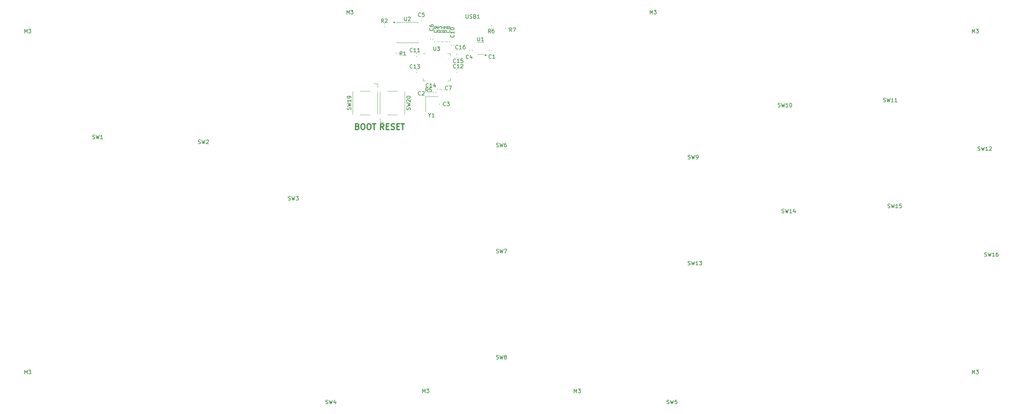
<source format=gto>
%TF.GenerationSoftware,KiCad,Pcbnew,8.0.8*%
%TF.CreationDate,2025-07-12T18:43:26-05:00*%
%TF.ProjectId,nanosplit,6e616e6f-7370-46c6-9974-2e6b69636164,rev?*%
%TF.SameCoordinates,Original*%
%TF.FileFunction,Legend,Top*%
%TF.FilePolarity,Positive*%
%FSLAX46Y46*%
G04 Gerber Fmt 4.6, Leading zero omitted, Abs format (unit mm)*
G04 Created by KiCad (PCBNEW 8.0.8) date 2025-07-12 18:43:26*
%MOMM*%
%LPD*%
G01*
G04 APERTURE LIST*
%ADD10C,0.300000*%
%ADD11C,0.150000*%
%ADD12C,0.120000*%
G04 APERTURE END LIST*
D10*
X177024510Y-112955114D02*
X177238796Y-113026542D01*
X177238796Y-113026542D02*
X177310225Y-113097971D01*
X177310225Y-113097971D02*
X177381653Y-113240828D01*
X177381653Y-113240828D02*
X177381653Y-113455114D01*
X177381653Y-113455114D02*
X177310225Y-113597971D01*
X177310225Y-113597971D02*
X177238796Y-113669400D01*
X177238796Y-113669400D02*
X177095939Y-113740828D01*
X177095939Y-113740828D02*
X176524510Y-113740828D01*
X176524510Y-113740828D02*
X176524510Y-112240828D01*
X176524510Y-112240828D02*
X177024510Y-112240828D01*
X177024510Y-112240828D02*
X177167368Y-112312257D01*
X177167368Y-112312257D02*
X177238796Y-112383685D01*
X177238796Y-112383685D02*
X177310225Y-112526542D01*
X177310225Y-112526542D02*
X177310225Y-112669400D01*
X177310225Y-112669400D02*
X177238796Y-112812257D01*
X177238796Y-112812257D02*
X177167368Y-112883685D01*
X177167368Y-112883685D02*
X177024510Y-112955114D01*
X177024510Y-112955114D02*
X176524510Y-112955114D01*
X178310225Y-112240828D02*
X178595939Y-112240828D01*
X178595939Y-112240828D02*
X178738796Y-112312257D01*
X178738796Y-112312257D02*
X178881653Y-112455114D01*
X178881653Y-112455114D02*
X178953082Y-112740828D01*
X178953082Y-112740828D02*
X178953082Y-113240828D01*
X178953082Y-113240828D02*
X178881653Y-113526542D01*
X178881653Y-113526542D02*
X178738796Y-113669400D01*
X178738796Y-113669400D02*
X178595939Y-113740828D01*
X178595939Y-113740828D02*
X178310225Y-113740828D01*
X178310225Y-113740828D02*
X178167368Y-113669400D01*
X178167368Y-113669400D02*
X178024510Y-113526542D01*
X178024510Y-113526542D02*
X177953082Y-113240828D01*
X177953082Y-113240828D02*
X177953082Y-112740828D01*
X177953082Y-112740828D02*
X178024510Y-112455114D01*
X178024510Y-112455114D02*
X178167368Y-112312257D01*
X178167368Y-112312257D02*
X178310225Y-112240828D01*
X179881654Y-112240828D02*
X180167368Y-112240828D01*
X180167368Y-112240828D02*
X180310225Y-112312257D01*
X180310225Y-112312257D02*
X180453082Y-112455114D01*
X180453082Y-112455114D02*
X180524511Y-112740828D01*
X180524511Y-112740828D02*
X180524511Y-113240828D01*
X180524511Y-113240828D02*
X180453082Y-113526542D01*
X180453082Y-113526542D02*
X180310225Y-113669400D01*
X180310225Y-113669400D02*
X180167368Y-113740828D01*
X180167368Y-113740828D02*
X179881654Y-113740828D01*
X179881654Y-113740828D02*
X179738797Y-113669400D01*
X179738797Y-113669400D02*
X179595939Y-113526542D01*
X179595939Y-113526542D02*
X179524511Y-113240828D01*
X179524511Y-113240828D02*
X179524511Y-112740828D01*
X179524511Y-112740828D02*
X179595939Y-112455114D01*
X179595939Y-112455114D02*
X179738797Y-112312257D01*
X179738797Y-112312257D02*
X179881654Y-112240828D01*
X180953083Y-112240828D02*
X181810226Y-112240828D01*
X181381654Y-113740828D02*
X181381654Y-112240828D01*
X183981653Y-113740828D02*
X183481653Y-113026542D01*
X183124510Y-113740828D02*
X183124510Y-112240828D01*
X183124510Y-112240828D02*
X183695939Y-112240828D01*
X183695939Y-112240828D02*
X183838796Y-112312257D01*
X183838796Y-112312257D02*
X183910225Y-112383685D01*
X183910225Y-112383685D02*
X183981653Y-112526542D01*
X183981653Y-112526542D02*
X183981653Y-112740828D01*
X183981653Y-112740828D02*
X183910225Y-112883685D01*
X183910225Y-112883685D02*
X183838796Y-112955114D01*
X183838796Y-112955114D02*
X183695939Y-113026542D01*
X183695939Y-113026542D02*
X183124510Y-113026542D01*
X184624510Y-112955114D02*
X185124510Y-112955114D01*
X185338796Y-113740828D02*
X184624510Y-113740828D01*
X184624510Y-113740828D02*
X184624510Y-112240828D01*
X184624510Y-112240828D02*
X185338796Y-112240828D01*
X185910225Y-113669400D02*
X186124511Y-113740828D01*
X186124511Y-113740828D02*
X186481653Y-113740828D01*
X186481653Y-113740828D02*
X186624511Y-113669400D01*
X186624511Y-113669400D02*
X186695939Y-113597971D01*
X186695939Y-113597971D02*
X186767368Y-113455114D01*
X186767368Y-113455114D02*
X186767368Y-113312257D01*
X186767368Y-113312257D02*
X186695939Y-113169400D01*
X186695939Y-113169400D02*
X186624511Y-113097971D01*
X186624511Y-113097971D02*
X186481653Y-113026542D01*
X186481653Y-113026542D02*
X186195939Y-112955114D01*
X186195939Y-112955114D02*
X186053082Y-112883685D01*
X186053082Y-112883685D02*
X185981653Y-112812257D01*
X185981653Y-112812257D02*
X185910225Y-112669400D01*
X185910225Y-112669400D02*
X185910225Y-112526542D01*
X185910225Y-112526542D02*
X185981653Y-112383685D01*
X185981653Y-112383685D02*
X186053082Y-112312257D01*
X186053082Y-112312257D02*
X186195939Y-112240828D01*
X186195939Y-112240828D02*
X186553082Y-112240828D01*
X186553082Y-112240828D02*
X186767368Y-112312257D01*
X187410224Y-112955114D02*
X187910224Y-112955114D01*
X188124510Y-113740828D02*
X187410224Y-113740828D01*
X187410224Y-113740828D02*
X187410224Y-112240828D01*
X187410224Y-112240828D02*
X188124510Y-112240828D01*
X188553082Y-112240828D02*
X189410225Y-112240828D01*
X188981653Y-113740828D02*
X188981653Y-112240828D01*
D11*
X213666667Y-146307200D02*
X213809524Y-146354819D01*
X213809524Y-146354819D02*
X214047619Y-146354819D01*
X214047619Y-146354819D02*
X214142857Y-146307200D01*
X214142857Y-146307200D02*
X214190476Y-146259580D01*
X214190476Y-146259580D02*
X214238095Y-146164342D01*
X214238095Y-146164342D02*
X214238095Y-146069104D01*
X214238095Y-146069104D02*
X214190476Y-145973866D01*
X214190476Y-145973866D02*
X214142857Y-145926247D01*
X214142857Y-145926247D02*
X214047619Y-145878628D01*
X214047619Y-145878628D02*
X213857143Y-145831009D01*
X213857143Y-145831009D02*
X213761905Y-145783390D01*
X213761905Y-145783390D02*
X213714286Y-145735771D01*
X213714286Y-145735771D02*
X213666667Y-145640533D01*
X213666667Y-145640533D02*
X213666667Y-145545295D01*
X213666667Y-145545295D02*
X213714286Y-145450057D01*
X213714286Y-145450057D02*
X213761905Y-145402438D01*
X213761905Y-145402438D02*
X213857143Y-145354819D01*
X213857143Y-145354819D02*
X214095238Y-145354819D01*
X214095238Y-145354819D02*
X214238095Y-145402438D01*
X214571429Y-145354819D02*
X214809524Y-146354819D01*
X214809524Y-146354819D02*
X215000000Y-145640533D01*
X215000000Y-145640533D02*
X215190476Y-146354819D01*
X215190476Y-146354819D02*
X215428572Y-145354819D01*
X215714286Y-145354819D02*
X216380952Y-145354819D01*
X216380952Y-145354819D02*
X215952381Y-146354819D01*
X234190476Y-183254819D02*
X234190476Y-182254819D01*
X234190476Y-182254819D02*
X234523809Y-182969104D01*
X234523809Y-182969104D02*
X234857142Y-182254819D01*
X234857142Y-182254819D02*
X234857142Y-183254819D01*
X235238095Y-182254819D02*
X235857142Y-182254819D01*
X235857142Y-182254819D02*
X235523809Y-182635771D01*
X235523809Y-182635771D02*
X235666666Y-182635771D01*
X235666666Y-182635771D02*
X235761904Y-182683390D01*
X235761904Y-182683390D02*
X235809523Y-182731009D01*
X235809523Y-182731009D02*
X235857142Y-182826247D01*
X235857142Y-182826247D02*
X235857142Y-183064342D01*
X235857142Y-183064342D02*
X235809523Y-183159580D01*
X235809523Y-183159580D02*
X235761904Y-183207200D01*
X235761904Y-183207200D02*
X235666666Y-183254819D01*
X235666666Y-183254819D02*
X235380952Y-183254819D01*
X235380952Y-183254819D02*
X235285714Y-183207200D01*
X235285714Y-183207200D02*
X235238095Y-183159580D01*
X287980476Y-107757200D02*
X288123333Y-107804819D01*
X288123333Y-107804819D02*
X288361428Y-107804819D01*
X288361428Y-107804819D02*
X288456666Y-107757200D01*
X288456666Y-107757200D02*
X288504285Y-107709580D01*
X288504285Y-107709580D02*
X288551904Y-107614342D01*
X288551904Y-107614342D02*
X288551904Y-107519104D01*
X288551904Y-107519104D02*
X288504285Y-107423866D01*
X288504285Y-107423866D02*
X288456666Y-107376247D01*
X288456666Y-107376247D02*
X288361428Y-107328628D01*
X288361428Y-107328628D02*
X288170952Y-107281009D01*
X288170952Y-107281009D02*
X288075714Y-107233390D01*
X288075714Y-107233390D02*
X288028095Y-107185771D01*
X288028095Y-107185771D02*
X287980476Y-107090533D01*
X287980476Y-107090533D02*
X287980476Y-106995295D01*
X287980476Y-106995295D02*
X288028095Y-106900057D01*
X288028095Y-106900057D02*
X288075714Y-106852438D01*
X288075714Y-106852438D02*
X288170952Y-106804819D01*
X288170952Y-106804819D02*
X288409047Y-106804819D01*
X288409047Y-106804819D02*
X288551904Y-106852438D01*
X288885238Y-106804819D02*
X289123333Y-107804819D01*
X289123333Y-107804819D02*
X289313809Y-107090533D01*
X289313809Y-107090533D02*
X289504285Y-107804819D01*
X289504285Y-107804819D02*
X289742381Y-106804819D01*
X290647142Y-107804819D02*
X290075714Y-107804819D01*
X290361428Y-107804819D02*
X290361428Y-106804819D01*
X290361428Y-106804819D02*
X290266190Y-106947676D01*
X290266190Y-106947676D02*
X290170952Y-107042914D01*
X290170952Y-107042914D02*
X290075714Y-107090533D01*
X291266190Y-106804819D02*
X291361428Y-106804819D01*
X291361428Y-106804819D02*
X291456666Y-106852438D01*
X291456666Y-106852438D02*
X291504285Y-106900057D01*
X291504285Y-106900057D02*
X291551904Y-106995295D01*
X291551904Y-106995295D02*
X291599523Y-107185771D01*
X291599523Y-107185771D02*
X291599523Y-107423866D01*
X291599523Y-107423866D02*
X291551904Y-107614342D01*
X291551904Y-107614342D02*
X291504285Y-107709580D01*
X291504285Y-107709580D02*
X291456666Y-107757200D01*
X291456666Y-107757200D02*
X291361428Y-107804819D01*
X291361428Y-107804819D02*
X291266190Y-107804819D01*
X291266190Y-107804819D02*
X291170952Y-107757200D01*
X291170952Y-107757200D02*
X291123333Y-107709580D01*
X291123333Y-107709580D02*
X291075714Y-107614342D01*
X291075714Y-107614342D02*
X291028095Y-107423866D01*
X291028095Y-107423866D02*
X291028095Y-107185771D01*
X291028095Y-107185771D02*
X291075714Y-106995295D01*
X291075714Y-106995295D02*
X291123333Y-106900057D01*
X291123333Y-106900057D02*
X291170952Y-106852438D01*
X291170952Y-106852438D02*
X291266190Y-106804819D01*
X200303333Y-107399580D02*
X200255714Y-107447200D01*
X200255714Y-107447200D02*
X200112857Y-107494819D01*
X200112857Y-107494819D02*
X200017619Y-107494819D01*
X200017619Y-107494819D02*
X199874762Y-107447200D01*
X199874762Y-107447200D02*
X199779524Y-107351961D01*
X199779524Y-107351961D02*
X199731905Y-107256723D01*
X199731905Y-107256723D02*
X199684286Y-107066247D01*
X199684286Y-107066247D02*
X199684286Y-106923390D01*
X199684286Y-106923390D02*
X199731905Y-106732914D01*
X199731905Y-106732914D02*
X199779524Y-106637676D01*
X199779524Y-106637676D02*
X199874762Y-106542438D01*
X199874762Y-106542438D02*
X200017619Y-106494819D01*
X200017619Y-106494819D02*
X200112857Y-106494819D01*
X200112857Y-106494819D02*
X200255714Y-106542438D01*
X200255714Y-106542438D02*
X200303333Y-106590057D01*
X200636667Y-106494819D02*
X201255714Y-106494819D01*
X201255714Y-106494819D02*
X200922381Y-106875771D01*
X200922381Y-106875771D02*
X201065238Y-106875771D01*
X201065238Y-106875771D02*
X201160476Y-106923390D01*
X201160476Y-106923390D02*
X201208095Y-106971009D01*
X201208095Y-106971009D02*
X201255714Y-107066247D01*
X201255714Y-107066247D02*
X201255714Y-107304342D01*
X201255714Y-107304342D02*
X201208095Y-107399580D01*
X201208095Y-107399580D02*
X201160476Y-107447200D01*
X201160476Y-107447200D02*
X201065238Y-107494819D01*
X201065238Y-107494819D02*
X200779524Y-107494819D01*
X200779524Y-107494819D02*
X200684286Y-107447200D01*
X200684286Y-107447200D02*
X200636667Y-107399580D01*
X264210476Y-149497200D02*
X264353333Y-149544819D01*
X264353333Y-149544819D02*
X264591428Y-149544819D01*
X264591428Y-149544819D02*
X264686666Y-149497200D01*
X264686666Y-149497200D02*
X264734285Y-149449580D01*
X264734285Y-149449580D02*
X264781904Y-149354342D01*
X264781904Y-149354342D02*
X264781904Y-149259104D01*
X264781904Y-149259104D02*
X264734285Y-149163866D01*
X264734285Y-149163866D02*
X264686666Y-149116247D01*
X264686666Y-149116247D02*
X264591428Y-149068628D01*
X264591428Y-149068628D02*
X264400952Y-149021009D01*
X264400952Y-149021009D02*
X264305714Y-148973390D01*
X264305714Y-148973390D02*
X264258095Y-148925771D01*
X264258095Y-148925771D02*
X264210476Y-148830533D01*
X264210476Y-148830533D02*
X264210476Y-148735295D01*
X264210476Y-148735295D02*
X264258095Y-148640057D01*
X264258095Y-148640057D02*
X264305714Y-148592438D01*
X264305714Y-148592438D02*
X264400952Y-148544819D01*
X264400952Y-148544819D02*
X264639047Y-148544819D01*
X264639047Y-148544819D02*
X264781904Y-148592438D01*
X265115238Y-148544819D02*
X265353333Y-149544819D01*
X265353333Y-149544819D02*
X265543809Y-148830533D01*
X265543809Y-148830533D02*
X265734285Y-149544819D01*
X265734285Y-149544819D02*
X265972381Y-148544819D01*
X266877142Y-149544819D02*
X266305714Y-149544819D01*
X266591428Y-149544819D02*
X266591428Y-148544819D01*
X266591428Y-148544819D02*
X266496190Y-148687676D01*
X266496190Y-148687676D02*
X266400952Y-148782914D01*
X266400952Y-148782914D02*
X266305714Y-148830533D01*
X267210476Y-148544819D02*
X267829523Y-148544819D01*
X267829523Y-148544819D02*
X267496190Y-148925771D01*
X267496190Y-148925771D02*
X267639047Y-148925771D01*
X267639047Y-148925771D02*
X267734285Y-148973390D01*
X267734285Y-148973390D02*
X267781904Y-149021009D01*
X267781904Y-149021009D02*
X267829523Y-149116247D01*
X267829523Y-149116247D02*
X267829523Y-149354342D01*
X267829523Y-149354342D02*
X267781904Y-149449580D01*
X267781904Y-149449580D02*
X267734285Y-149497200D01*
X267734285Y-149497200D02*
X267639047Y-149544819D01*
X267639047Y-149544819D02*
X267353333Y-149544819D01*
X267353333Y-149544819D02*
X267258095Y-149497200D01*
X267258095Y-149497200D02*
X267210476Y-149449580D01*
X193703333Y-83839580D02*
X193655714Y-83887200D01*
X193655714Y-83887200D02*
X193512857Y-83934819D01*
X193512857Y-83934819D02*
X193417619Y-83934819D01*
X193417619Y-83934819D02*
X193274762Y-83887200D01*
X193274762Y-83887200D02*
X193179524Y-83791961D01*
X193179524Y-83791961D02*
X193131905Y-83696723D01*
X193131905Y-83696723D02*
X193084286Y-83506247D01*
X193084286Y-83506247D02*
X193084286Y-83363390D01*
X193084286Y-83363390D02*
X193131905Y-83172914D01*
X193131905Y-83172914D02*
X193179524Y-83077676D01*
X193179524Y-83077676D02*
X193274762Y-82982438D01*
X193274762Y-82982438D02*
X193417619Y-82934819D01*
X193417619Y-82934819D02*
X193512857Y-82934819D01*
X193512857Y-82934819D02*
X193655714Y-82982438D01*
X193655714Y-82982438D02*
X193703333Y-83030057D01*
X194608095Y-82934819D02*
X194131905Y-82934819D01*
X194131905Y-82934819D02*
X194084286Y-83411009D01*
X194084286Y-83411009D02*
X194131905Y-83363390D01*
X194131905Y-83363390D02*
X194227143Y-83315771D01*
X194227143Y-83315771D02*
X194465238Y-83315771D01*
X194465238Y-83315771D02*
X194560476Y-83363390D01*
X194560476Y-83363390D02*
X194608095Y-83411009D01*
X194608095Y-83411009D02*
X194655714Y-83506247D01*
X194655714Y-83506247D02*
X194655714Y-83744342D01*
X194655714Y-83744342D02*
X194608095Y-83839580D01*
X194608095Y-83839580D02*
X194560476Y-83887200D01*
X194560476Y-83887200D02*
X194465238Y-83934819D01*
X194465238Y-83934819D02*
X194227143Y-83934819D01*
X194227143Y-83934819D02*
X194131905Y-83887200D01*
X194131905Y-83887200D02*
X194084286Y-83839580D01*
X195603333Y-103794819D02*
X195270000Y-103318628D01*
X195031905Y-103794819D02*
X195031905Y-102794819D01*
X195031905Y-102794819D02*
X195412857Y-102794819D01*
X195412857Y-102794819D02*
X195508095Y-102842438D01*
X195508095Y-102842438D02*
X195555714Y-102890057D01*
X195555714Y-102890057D02*
X195603333Y-102985295D01*
X195603333Y-102985295D02*
X195603333Y-103128152D01*
X195603333Y-103128152D02*
X195555714Y-103223390D01*
X195555714Y-103223390D02*
X195508095Y-103271009D01*
X195508095Y-103271009D02*
X195412857Y-103318628D01*
X195412857Y-103318628D02*
X195031905Y-103318628D01*
X196508095Y-102794819D02*
X196031905Y-102794819D01*
X196031905Y-102794819D02*
X195984286Y-103271009D01*
X195984286Y-103271009D02*
X196031905Y-103223390D01*
X196031905Y-103223390D02*
X196127143Y-103175771D01*
X196127143Y-103175771D02*
X196365238Y-103175771D01*
X196365238Y-103175771D02*
X196460476Y-103223390D01*
X196460476Y-103223390D02*
X196508095Y-103271009D01*
X196508095Y-103271009D02*
X196555714Y-103366247D01*
X196555714Y-103366247D02*
X196555714Y-103604342D01*
X196555714Y-103604342D02*
X196508095Y-103699580D01*
X196508095Y-103699580D02*
X196460476Y-103747200D01*
X196460476Y-103747200D02*
X196365238Y-103794819D01*
X196365238Y-103794819D02*
X196127143Y-103794819D01*
X196127143Y-103794819D02*
X196031905Y-103747200D01*
X196031905Y-103747200D02*
X195984286Y-103699580D01*
X191527142Y-93199580D02*
X191479523Y-93247200D01*
X191479523Y-93247200D02*
X191336666Y-93294819D01*
X191336666Y-93294819D02*
X191241428Y-93294819D01*
X191241428Y-93294819D02*
X191098571Y-93247200D01*
X191098571Y-93247200D02*
X191003333Y-93151961D01*
X191003333Y-93151961D02*
X190955714Y-93056723D01*
X190955714Y-93056723D02*
X190908095Y-92866247D01*
X190908095Y-92866247D02*
X190908095Y-92723390D01*
X190908095Y-92723390D02*
X190955714Y-92532914D01*
X190955714Y-92532914D02*
X191003333Y-92437676D01*
X191003333Y-92437676D02*
X191098571Y-92342438D01*
X191098571Y-92342438D02*
X191241428Y-92294819D01*
X191241428Y-92294819D02*
X191336666Y-92294819D01*
X191336666Y-92294819D02*
X191479523Y-92342438D01*
X191479523Y-92342438D02*
X191527142Y-92390057D01*
X192479523Y-93294819D02*
X191908095Y-93294819D01*
X192193809Y-93294819D02*
X192193809Y-92294819D01*
X192193809Y-92294819D02*
X192098571Y-92437676D01*
X192098571Y-92437676D02*
X192003333Y-92532914D01*
X192003333Y-92532914D02*
X191908095Y-92580533D01*
X193431904Y-93294819D02*
X192860476Y-93294819D01*
X193146190Y-93294819D02*
X193146190Y-92294819D01*
X193146190Y-92294819D02*
X193050952Y-92437676D01*
X193050952Y-92437676D02*
X192955714Y-92532914D01*
X192955714Y-92532914D02*
X192860476Y-92580533D01*
X203527142Y-92399580D02*
X203479523Y-92447200D01*
X203479523Y-92447200D02*
X203336666Y-92494819D01*
X203336666Y-92494819D02*
X203241428Y-92494819D01*
X203241428Y-92494819D02*
X203098571Y-92447200D01*
X203098571Y-92447200D02*
X203003333Y-92351961D01*
X203003333Y-92351961D02*
X202955714Y-92256723D01*
X202955714Y-92256723D02*
X202908095Y-92066247D01*
X202908095Y-92066247D02*
X202908095Y-91923390D01*
X202908095Y-91923390D02*
X202955714Y-91732914D01*
X202955714Y-91732914D02*
X203003333Y-91637676D01*
X203003333Y-91637676D02*
X203098571Y-91542438D01*
X203098571Y-91542438D02*
X203241428Y-91494819D01*
X203241428Y-91494819D02*
X203336666Y-91494819D01*
X203336666Y-91494819D02*
X203479523Y-91542438D01*
X203479523Y-91542438D02*
X203527142Y-91590057D01*
X204479523Y-92494819D02*
X203908095Y-92494819D01*
X204193809Y-92494819D02*
X204193809Y-91494819D01*
X204193809Y-91494819D02*
X204098571Y-91637676D01*
X204098571Y-91637676D02*
X204003333Y-91732914D01*
X204003333Y-91732914D02*
X203908095Y-91780533D01*
X205336666Y-91494819D02*
X205146190Y-91494819D01*
X205146190Y-91494819D02*
X205050952Y-91542438D01*
X205050952Y-91542438D02*
X205003333Y-91590057D01*
X205003333Y-91590057D02*
X204908095Y-91732914D01*
X204908095Y-91732914D02*
X204860476Y-91923390D01*
X204860476Y-91923390D02*
X204860476Y-92304342D01*
X204860476Y-92304342D02*
X204908095Y-92399580D01*
X204908095Y-92399580D02*
X204955714Y-92447200D01*
X204955714Y-92447200D02*
X205050952Y-92494819D01*
X205050952Y-92494819D02*
X205241428Y-92494819D01*
X205241428Y-92494819D02*
X205336666Y-92447200D01*
X205336666Y-92447200D02*
X205384285Y-92399580D01*
X205384285Y-92399580D02*
X205431904Y-92304342D01*
X205431904Y-92304342D02*
X205431904Y-92066247D01*
X205431904Y-92066247D02*
X205384285Y-91971009D01*
X205384285Y-91971009D02*
X205336666Y-91923390D01*
X205336666Y-91923390D02*
X205241428Y-91875771D01*
X205241428Y-91875771D02*
X205050952Y-91875771D01*
X205050952Y-91875771D02*
X204955714Y-91923390D01*
X204955714Y-91923390D02*
X204908095Y-91971009D01*
X204908095Y-91971009D02*
X204860476Y-92066247D01*
X135036667Y-117477200D02*
X135179524Y-117524819D01*
X135179524Y-117524819D02*
X135417619Y-117524819D01*
X135417619Y-117524819D02*
X135512857Y-117477200D01*
X135512857Y-117477200D02*
X135560476Y-117429580D01*
X135560476Y-117429580D02*
X135608095Y-117334342D01*
X135608095Y-117334342D02*
X135608095Y-117239104D01*
X135608095Y-117239104D02*
X135560476Y-117143866D01*
X135560476Y-117143866D02*
X135512857Y-117096247D01*
X135512857Y-117096247D02*
X135417619Y-117048628D01*
X135417619Y-117048628D02*
X135227143Y-117001009D01*
X135227143Y-117001009D02*
X135131905Y-116953390D01*
X135131905Y-116953390D02*
X135084286Y-116905771D01*
X135084286Y-116905771D02*
X135036667Y-116810533D01*
X135036667Y-116810533D02*
X135036667Y-116715295D01*
X135036667Y-116715295D02*
X135084286Y-116620057D01*
X135084286Y-116620057D02*
X135131905Y-116572438D01*
X135131905Y-116572438D02*
X135227143Y-116524819D01*
X135227143Y-116524819D02*
X135465238Y-116524819D01*
X135465238Y-116524819D02*
X135608095Y-116572438D01*
X135941429Y-116524819D02*
X136179524Y-117524819D01*
X136179524Y-117524819D02*
X136370000Y-116810533D01*
X136370000Y-116810533D02*
X136560476Y-117524819D01*
X136560476Y-117524819D02*
X136798572Y-116524819D01*
X137131905Y-116620057D02*
X137179524Y-116572438D01*
X137179524Y-116572438D02*
X137274762Y-116524819D01*
X137274762Y-116524819D02*
X137512857Y-116524819D01*
X137512857Y-116524819D02*
X137608095Y-116572438D01*
X137608095Y-116572438D02*
X137655714Y-116620057D01*
X137655714Y-116620057D02*
X137703333Y-116715295D01*
X137703333Y-116715295D02*
X137703333Y-116810533D01*
X137703333Y-116810533D02*
X137655714Y-116953390D01*
X137655714Y-116953390D02*
X137084286Y-117524819D01*
X137084286Y-117524819D02*
X137703333Y-117524819D01*
X175227200Y-108549523D02*
X175274819Y-108406666D01*
X175274819Y-108406666D02*
X175274819Y-108168571D01*
X175274819Y-108168571D02*
X175227200Y-108073333D01*
X175227200Y-108073333D02*
X175179580Y-108025714D01*
X175179580Y-108025714D02*
X175084342Y-107978095D01*
X175084342Y-107978095D02*
X174989104Y-107978095D01*
X174989104Y-107978095D02*
X174893866Y-108025714D01*
X174893866Y-108025714D02*
X174846247Y-108073333D01*
X174846247Y-108073333D02*
X174798628Y-108168571D01*
X174798628Y-108168571D02*
X174751009Y-108359047D01*
X174751009Y-108359047D02*
X174703390Y-108454285D01*
X174703390Y-108454285D02*
X174655771Y-108501904D01*
X174655771Y-108501904D02*
X174560533Y-108549523D01*
X174560533Y-108549523D02*
X174465295Y-108549523D01*
X174465295Y-108549523D02*
X174370057Y-108501904D01*
X174370057Y-108501904D02*
X174322438Y-108454285D01*
X174322438Y-108454285D02*
X174274819Y-108359047D01*
X174274819Y-108359047D02*
X174274819Y-108120952D01*
X174274819Y-108120952D02*
X174322438Y-107978095D01*
X174274819Y-107644761D02*
X175274819Y-107406666D01*
X175274819Y-107406666D02*
X174560533Y-107216190D01*
X174560533Y-107216190D02*
X175274819Y-107025714D01*
X175274819Y-107025714D02*
X174274819Y-106787619D01*
X175274819Y-105882857D02*
X175274819Y-106454285D01*
X175274819Y-106168571D02*
X174274819Y-106168571D01*
X174274819Y-106168571D02*
X174417676Y-106263809D01*
X174417676Y-106263809D02*
X174512914Y-106359047D01*
X174512914Y-106359047D02*
X174560533Y-106454285D01*
X175274819Y-105406666D02*
X175274819Y-105216190D01*
X175274819Y-105216190D02*
X175227200Y-105120952D01*
X175227200Y-105120952D02*
X175179580Y-105073333D01*
X175179580Y-105073333D02*
X175036723Y-104978095D01*
X175036723Y-104978095D02*
X174846247Y-104930476D01*
X174846247Y-104930476D02*
X174465295Y-104930476D01*
X174465295Y-104930476D02*
X174370057Y-104978095D01*
X174370057Y-104978095D02*
X174322438Y-105025714D01*
X174322438Y-105025714D02*
X174274819Y-105120952D01*
X174274819Y-105120952D02*
X174274819Y-105311428D01*
X174274819Y-105311428D02*
X174322438Y-105406666D01*
X174322438Y-105406666D02*
X174370057Y-105454285D01*
X174370057Y-105454285D02*
X174465295Y-105501904D01*
X174465295Y-105501904D02*
X174703390Y-105501904D01*
X174703390Y-105501904D02*
X174798628Y-105454285D01*
X174798628Y-105454285D02*
X174846247Y-105406666D01*
X174846247Y-105406666D02*
X174893866Y-105311428D01*
X174893866Y-105311428D02*
X174893866Y-105120952D01*
X174893866Y-105120952D02*
X174846247Y-105025714D01*
X174846247Y-105025714D02*
X174798628Y-104978095D01*
X174798628Y-104978095D02*
X174703390Y-104930476D01*
X193703333Y-104599580D02*
X193655714Y-104647200D01*
X193655714Y-104647200D02*
X193512857Y-104694819D01*
X193512857Y-104694819D02*
X193417619Y-104694819D01*
X193417619Y-104694819D02*
X193274762Y-104647200D01*
X193274762Y-104647200D02*
X193179524Y-104551961D01*
X193179524Y-104551961D02*
X193131905Y-104456723D01*
X193131905Y-104456723D02*
X193084286Y-104266247D01*
X193084286Y-104266247D02*
X193084286Y-104123390D01*
X193084286Y-104123390D02*
X193131905Y-103932914D01*
X193131905Y-103932914D02*
X193179524Y-103837676D01*
X193179524Y-103837676D02*
X193274762Y-103742438D01*
X193274762Y-103742438D02*
X193417619Y-103694819D01*
X193417619Y-103694819D02*
X193512857Y-103694819D01*
X193512857Y-103694819D02*
X193655714Y-103742438D01*
X193655714Y-103742438D02*
X193703333Y-103790057D01*
X194084286Y-103790057D02*
X194131905Y-103742438D01*
X194131905Y-103742438D02*
X194227143Y-103694819D01*
X194227143Y-103694819D02*
X194465238Y-103694819D01*
X194465238Y-103694819D02*
X194560476Y-103742438D01*
X194560476Y-103742438D02*
X194608095Y-103790057D01*
X194608095Y-103790057D02*
X194655714Y-103885295D01*
X194655714Y-103885295D02*
X194655714Y-103980533D01*
X194655714Y-103980533D02*
X194608095Y-104123390D01*
X194608095Y-104123390D02*
X194036667Y-104694819D01*
X194036667Y-104694819D02*
X194655714Y-104694819D01*
X189408095Y-84029819D02*
X189408095Y-84839342D01*
X189408095Y-84839342D02*
X189455714Y-84934580D01*
X189455714Y-84934580D02*
X189503333Y-84982200D01*
X189503333Y-84982200D02*
X189598571Y-85029819D01*
X189598571Y-85029819D02*
X189789047Y-85029819D01*
X189789047Y-85029819D02*
X189884285Y-84982200D01*
X189884285Y-84982200D02*
X189931904Y-84934580D01*
X189931904Y-84934580D02*
X189979523Y-84839342D01*
X189979523Y-84839342D02*
X189979523Y-84029819D01*
X190408095Y-84125057D02*
X190455714Y-84077438D01*
X190455714Y-84077438D02*
X190550952Y-84029819D01*
X190550952Y-84029819D02*
X190789047Y-84029819D01*
X190789047Y-84029819D02*
X190884285Y-84077438D01*
X190884285Y-84077438D02*
X190931904Y-84125057D01*
X190931904Y-84125057D02*
X190979523Y-84220295D01*
X190979523Y-84220295D02*
X190979523Y-84315533D01*
X190979523Y-84315533D02*
X190931904Y-84458390D01*
X190931904Y-84458390D02*
X190360476Y-85029819D01*
X190360476Y-85029819D02*
X190979523Y-85029819D01*
X316920476Y-134397200D02*
X317063333Y-134444819D01*
X317063333Y-134444819D02*
X317301428Y-134444819D01*
X317301428Y-134444819D02*
X317396666Y-134397200D01*
X317396666Y-134397200D02*
X317444285Y-134349580D01*
X317444285Y-134349580D02*
X317491904Y-134254342D01*
X317491904Y-134254342D02*
X317491904Y-134159104D01*
X317491904Y-134159104D02*
X317444285Y-134063866D01*
X317444285Y-134063866D02*
X317396666Y-134016247D01*
X317396666Y-134016247D02*
X317301428Y-133968628D01*
X317301428Y-133968628D02*
X317110952Y-133921009D01*
X317110952Y-133921009D02*
X317015714Y-133873390D01*
X317015714Y-133873390D02*
X316968095Y-133825771D01*
X316968095Y-133825771D02*
X316920476Y-133730533D01*
X316920476Y-133730533D02*
X316920476Y-133635295D01*
X316920476Y-133635295D02*
X316968095Y-133540057D01*
X316968095Y-133540057D02*
X317015714Y-133492438D01*
X317015714Y-133492438D02*
X317110952Y-133444819D01*
X317110952Y-133444819D02*
X317349047Y-133444819D01*
X317349047Y-133444819D02*
X317491904Y-133492438D01*
X317825238Y-133444819D02*
X318063333Y-134444819D01*
X318063333Y-134444819D02*
X318253809Y-133730533D01*
X318253809Y-133730533D02*
X318444285Y-134444819D01*
X318444285Y-134444819D02*
X318682381Y-133444819D01*
X319587142Y-134444819D02*
X319015714Y-134444819D01*
X319301428Y-134444819D02*
X319301428Y-133444819D01*
X319301428Y-133444819D02*
X319206190Y-133587676D01*
X319206190Y-133587676D02*
X319110952Y-133682914D01*
X319110952Y-133682914D02*
X319015714Y-133730533D01*
X320491904Y-133444819D02*
X320015714Y-133444819D01*
X320015714Y-133444819D02*
X319968095Y-133921009D01*
X319968095Y-133921009D02*
X320015714Y-133873390D01*
X320015714Y-133873390D02*
X320110952Y-133825771D01*
X320110952Y-133825771D02*
X320349047Y-133825771D01*
X320349047Y-133825771D02*
X320444285Y-133873390D01*
X320444285Y-133873390D02*
X320491904Y-133921009D01*
X320491904Y-133921009D02*
X320539523Y-134016247D01*
X320539523Y-134016247D02*
X320539523Y-134254342D01*
X320539523Y-134254342D02*
X320491904Y-134349580D01*
X320491904Y-134349580D02*
X320444285Y-134397200D01*
X320444285Y-134397200D02*
X320349047Y-134444819D01*
X320349047Y-134444819D02*
X320110952Y-134444819D01*
X320110952Y-134444819D02*
X320015714Y-134397200D01*
X320015714Y-134397200D02*
X319968095Y-134349580D01*
X174190476Y-83254819D02*
X174190476Y-82254819D01*
X174190476Y-82254819D02*
X174523809Y-82969104D01*
X174523809Y-82969104D02*
X174857142Y-82254819D01*
X174857142Y-82254819D02*
X174857142Y-83254819D01*
X175238095Y-82254819D02*
X175857142Y-82254819D01*
X175857142Y-82254819D02*
X175523809Y-82635771D01*
X175523809Y-82635771D02*
X175666666Y-82635771D01*
X175666666Y-82635771D02*
X175761904Y-82683390D01*
X175761904Y-82683390D02*
X175809523Y-82731009D01*
X175809523Y-82731009D02*
X175857142Y-82826247D01*
X175857142Y-82826247D02*
X175857142Y-83064342D01*
X175857142Y-83064342D02*
X175809523Y-83159580D01*
X175809523Y-83159580D02*
X175761904Y-83207200D01*
X175761904Y-83207200D02*
X175666666Y-83254819D01*
X175666666Y-83254819D02*
X175380952Y-83254819D01*
X175380952Y-83254819D02*
X175285714Y-83207200D01*
X175285714Y-83207200D02*
X175238095Y-83159580D01*
X315760476Y-106417200D02*
X315903333Y-106464819D01*
X315903333Y-106464819D02*
X316141428Y-106464819D01*
X316141428Y-106464819D02*
X316236666Y-106417200D01*
X316236666Y-106417200D02*
X316284285Y-106369580D01*
X316284285Y-106369580D02*
X316331904Y-106274342D01*
X316331904Y-106274342D02*
X316331904Y-106179104D01*
X316331904Y-106179104D02*
X316284285Y-106083866D01*
X316284285Y-106083866D02*
X316236666Y-106036247D01*
X316236666Y-106036247D02*
X316141428Y-105988628D01*
X316141428Y-105988628D02*
X315950952Y-105941009D01*
X315950952Y-105941009D02*
X315855714Y-105893390D01*
X315855714Y-105893390D02*
X315808095Y-105845771D01*
X315808095Y-105845771D02*
X315760476Y-105750533D01*
X315760476Y-105750533D02*
X315760476Y-105655295D01*
X315760476Y-105655295D02*
X315808095Y-105560057D01*
X315808095Y-105560057D02*
X315855714Y-105512438D01*
X315855714Y-105512438D02*
X315950952Y-105464819D01*
X315950952Y-105464819D02*
X316189047Y-105464819D01*
X316189047Y-105464819D02*
X316331904Y-105512438D01*
X316665238Y-105464819D02*
X316903333Y-106464819D01*
X316903333Y-106464819D02*
X317093809Y-105750533D01*
X317093809Y-105750533D02*
X317284285Y-106464819D01*
X317284285Y-106464819D02*
X317522381Y-105464819D01*
X318427142Y-106464819D02*
X317855714Y-106464819D01*
X318141428Y-106464819D02*
X318141428Y-105464819D01*
X318141428Y-105464819D02*
X318046190Y-105607676D01*
X318046190Y-105607676D02*
X317950952Y-105702914D01*
X317950952Y-105702914D02*
X317855714Y-105750533D01*
X319379523Y-106464819D02*
X318808095Y-106464819D01*
X319093809Y-106464819D02*
X319093809Y-105464819D01*
X319093809Y-105464819D02*
X318998571Y-105607676D01*
X318998571Y-105607676D02*
X318903333Y-105702914D01*
X318903333Y-105702914D02*
X318808095Y-105750533D01*
X264226667Y-121487200D02*
X264369524Y-121534819D01*
X264369524Y-121534819D02*
X264607619Y-121534819D01*
X264607619Y-121534819D02*
X264702857Y-121487200D01*
X264702857Y-121487200D02*
X264750476Y-121439580D01*
X264750476Y-121439580D02*
X264798095Y-121344342D01*
X264798095Y-121344342D02*
X264798095Y-121249104D01*
X264798095Y-121249104D02*
X264750476Y-121153866D01*
X264750476Y-121153866D02*
X264702857Y-121106247D01*
X264702857Y-121106247D02*
X264607619Y-121058628D01*
X264607619Y-121058628D02*
X264417143Y-121011009D01*
X264417143Y-121011009D02*
X264321905Y-120963390D01*
X264321905Y-120963390D02*
X264274286Y-120915771D01*
X264274286Y-120915771D02*
X264226667Y-120820533D01*
X264226667Y-120820533D02*
X264226667Y-120725295D01*
X264226667Y-120725295D02*
X264274286Y-120630057D01*
X264274286Y-120630057D02*
X264321905Y-120582438D01*
X264321905Y-120582438D02*
X264417143Y-120534819D01*
X264417143Y-120534819D02*
X264655238Y-120534819D01*
X264655238Y-120534819D02*
X264798095Y-120582438D01*
X265131429Y-120534819D02*
X265369524Y-121534819D01*
X265369524Y-121534819D02*
X265560000Y-120820533D01*
X265560000Y-120820533D02*
X265750476Y-121534819D01*
X265750476Y-121534819D02*
X265988572Y-120534819D01*
X266417143Y-121534819D02*
X266607619Y-121534819D01*
X266607619Y-121534819D02*
X266702857Y-121487200D01*
X266702857Y-121487200D02*
X266750476Y-121439580D01*
X266750476Y-121439580D02*
X266845714Y-121296723D01*
X266845714Y-121296723D02*
X266893333Y-121106247D01*
X266893333Y-121106247D02*
X266893333Y-120725295D01*
X266893333Y-120725295D02*
X266845714Y-120630057D01*
X266845714Y-120630057D02*
X266798095Y-120582438D01*
X266798095Y-120582438D02*
X266702857Y-120534819D01*
X266702857Y-120534819D02*
X266512381Y-120534819D01*
X266512381Y-120534819D02*
X266417143Y-120582438D01*
X266417143Y-120582438D02*
X266369524Y-120630057D01*
X266369524Y-120630057D02*
X266321905Y-120725295D01*
X266321905Y-120725295D02*
X266321905Y-120963390D01*
X266321905Y-120963390D02*
X266369524Y-121058628D01*
X266369524Y-121058628D02*
X266417143Y-121106247D01*
X266417143Y-121106247D02*
X266512381Y-121153866D01*
X266512381Y-121153866D02*
X266702857Y-121153866D01*
X266702857Y-121153866D02*
X266798095Y-121106247D01*
X266798095Y-121106247D02*
X266845714Y-121058628D01*
X266845714Y-121058628D02*
X266893333Y-120963390D01*
X206303333Y-94999580D02*
X206255714Y-95047200D01*
X206255714Y-95047200D02*
X206112857Y-95094819D01*
X206112857Y-95094819D02*
X206017619Y-95094819D01*
X206017619Y-95094819D02*
X205874762Y-95047200D01*
X205874762Y-95047200D02*
X205779524Y-94951961D01*
X205779524Y-94951961D02*
X205731905Y-94856723D01*
X205731905Y-94856723D02*
X205684286Y-94666247D01*
X205684286Y-94666247D02*
X205684286Y-94523390D01*
X205684286Y-94523390D02*
X205731905Y-94332914D01*
X205731905Y-94332914D02*
X205779524Y-94237676D01*
X205779524Y-94237676D02*
X205874762Y-94142438D01*
X205874762Y-94142438D02*
X206017619Y-94094819D01*
X206017619Y-94094819D02*
X206112857Y-94094819D01*
X206112857Y-94094819D02*
X206255714Y-94142438D01*
X206255714Y-94142438D02*
X206303333Y-94190057D01*
X207160476Y-94428152D02*
X207160476Y-95094819D01*
X206922381Y-94047200D02*
X206684286Y-94761485D01*
X206684286Y-94761485D02*
X207303333Y-94761485D01*
X89190476Y-178254819D02*
X89190476Y-177254819D01*
X89190476Y-177254819D02*
X89523809Y-177969104D01*
X89523809Y-177969104D02*
X89857142Y-177254819D01*
X89857142Y-177254819D02*
X89857142Y-178254819D01*
X90238095Y-177254819D02*
X90857142Y-177254819D01*
X90857142Y-177254819D02*
X90523809Y-177635771D01*
X90523809Y-177635771D02*
X90666666Y-177635771D01*
X90666666Y-177635771D02*
X90761904Y-177683390D01*
X90761904Y-177683390D02*
X90809523Y-177731009D01*
X90809523Y-177731009D02*
X90857142Y-177826247D01*
X90857142Y-177826247D02*
X90857142Y-178064342D01*
X90857142Y-178064342D02*
X90809523Y-178159580D01*
X90809523Y-178159580D02*
X90761904Y-178207200D01*
X90761904Y-178207200D02*
X90666666Y-178254819D01*
X90666666Y-178254819D02*
X90380952Y-178254819D01*
X90380952Y-178254819D02*
X90285714Y-178207200D01*
X90285714Y-178207200D02*
X90238095Y-178159580D01*
X197108095Y-91912319D02*
X197108095Y-92721842D01*
X197108095Y-92721842D02*
X197155714Y-92817080D01*
X197155714Y-92817080D02*
X197203333Y-92864700D01*
X197203333Y-92864700D02*
X197298571Y-92912319D01*
X197298571Y-92912319D02*
X197489047Y-92912319D01*
X197489047Y-92912319D02*
X197584285Y-92864700D01*
X197584285Y-92864700D02*
X197631904Y-92817080D01*
X197631904Y-92817080D02*
X197679523Y-92721842D01*
X197679523Y-92721842D02*
X197679523Y-91912319D01*
X198060476Y-91912319D02*
X198679523Y-91912319D01*
X198679523Y-91912319D02*
X198346190Y-92293271D01*
X198346190Y-92293271D02*
X198489047Y-92293271D01*
X198489047Y-92293271D02*
X198584285Y-92340890D01*
X198584285Y-92340890D02*
X198631904Y-92388509D01*
X198631904Y-92388509D02*
X198679523Y-92483747D01*
X198679523Y-92483747D02*
X198679523Y-92721842D01*
X198679523Y-92721842D02*
X198631904Y-92817080D01*
X198631904Y-92817080D02*
X198584285Y-92864700D01*
X198584285Y-92864700D02*
X198489047Y-92912319D01*
X198489047Y-92912319D02*
X198203333Y-92912319D01*
X198203333Y-92912319D02*
X198108095Y-92864700D01*
X198108095Y-92864700D02*
X198060476Y-92817080D01*
X339190476Y-178254819D02*
X339190476Y-177254819D01*
X339190476Y-177254819D02*
X339523809Y-177969104D01*
X339523809Y-177969104D02*
X339857142Y-177254819D01*
X339857142Y-177254819D02*
X339857142Y-178254819D01*
X340238095Y-177254819D02*
X340857142Y-177254819D01*
X340857142Y-177254819D02*
X340523809Y-177635771D01*
X340523809Y-177635771D02*
X340666666Y-177635771D01*
X340666666Y-177635771D02*
X340761904Y-177683390D01*
X340761904Y-177683390D02*
X340809523Y-177731009D01*
X340809523Y-177731009D02*
X340857142Y-177826247D01*
X340857142Y-177826247D02*
X340857142Y-178064342D01*
X340857142Y-178064342D02*
X340809523Y-178159580D01*
X340809523Y-178159580D02*
X340761904Y-178207200D01*
X340761904Y-178207200D02*
X340666666Y-178254819D01*
X340666666Y-178254819D02*
X340380952Y-178254819D01*
X340380952Y-178254819D02*
X340285714Y-178207200D01*
X340285714Y-178207200D02*
X340238095Y-178159580D01*
X158756667Y-132367200D02*
X158899524Y-132414819D01*
X158899524Y-132414819D02*
X159137619Y-132414819D01*
X159137619Y-132414819D02*
X159232857Y-132367200D01*
X159232857Y-132367200D02*
X159280476Y-132319580D01*
X159280476Y-132319580D02*
X159328095Y-132224342D01*
X159328095Y-132224342D02*
X159328095Y-132129104D01*
X159328095Y-132129104D02*
X159280476Y-132033866D01*
X159280476Y-132033866D02*
X159232857Y-131986247D01*
X159232857Y-131986247D02*
X159137619Y-131938628D01*
X159137619Y-131938628D02*
X158947143Y-131891009D01*
X158947143Y-131891009D02*
X158851905Y-131843390D01*
X158851905Y-131843390D02*
X158804286Y-131795771D01*
X158804286Y-131795771D02*
X158756667Y-131700533D01*
X158756667Y-131700533D02*
X158756667Y-131605295D01*
X158756667Y-131605295D02*
X158804286Y-131510057D01*
X158804286Y-131510057D02*
X158851905Y-131462438D01*
X158851905Y-131462438D02*
X158947143Y-131414819D01*
X158947143Y-131414819D02*
X159185238Y-131414819D01*
X159185238Y-131414819D02*
X159328095Y-131462438D01*
X159661429Y-131414819D02*
X159899524Y-132414819D01*
X159899524Y-132414819D02*
X160090000Y-131700533D01*
X160090000Y-131700533D02*
X160280476Y-132414819D01*
X160280476Y-132414819D02*
X160518572Y-131414819D01*
X160804286Y-131414819D02*
X161423333Y-131414819D01*
X161423333Y-131414819D02*
X161090000Y-131795771D01*
X161090000Y-131795771D02*
X161232857Y-131795771D01*
X161232857Y-131795771D02*
X161328095Y-131843390D01*
X161328095Y-131843390D02*
X161375714Y-131891009D01*
X161375714Y-131891009D02*
X161423333Y-131986247D01*
X161423333Y-131986247D02*
X161423333Y-132224342D01*
X161423333Y-132224342D02*
X161375714Y-132319580D01*
X161375714Y-132319580D02*
X161328095Y-132367200D01*
X161328095Y-132367200D02*
X161232857Y-132414819D01*
X161232857Y-132414819D02*
X160947143Y-132414819D01*
X160947143Y-132414819D02*
X160851905Y-132367200D01*
X160851905Y-132367200D02*
X160804286Y-132319580D01*
X212123333Y-88262319D02*
X211790000Y-87786128D01*
X211551905Y-88262319D02*
X211551905Y-87262319D01*
X211551905Y-87262319D02*
X211932857Y-87262319D01*
X211932857Y-87262319D02*
X212028095Y-87309938D01*
X212028095Y-87309938D02*
X212075714Y-87357557D01*
X212075714Y-87357557D02*
X212123333Y-87452795D01*
X212123333Y-87452795D02*
X212123333Y-87595652D01*
X212123333Y-87595652D02*
X212075714Y-87690890D01*
X212075714Y-87690890D02*
X212028095Y-87738509D01*
X212028095Y-87738509D02*
X211932857Y-87786128D01*
X211932857Y-87786128D02*
X211551905Y-87786128D01*
X212980476Y-87262319D02*
X212790000Y-87262319D01*
X212790000Y-87262319D02*
X212694762Y-87309938D01*
X212694762Y-87309938D02*
X212647143Y-87357557D01*
X212647143Y-87357557D02*
X212551905Y-87500414D01*
X212551905Y-87500414D02*
X212504286Y-87690890D01*
X212504286Y-87690890D02*
X212504286Y-88071842D01*
X212504286Y-88071842D02*
X212551905Y-88167080D01*
X212551905Y-88167080D02*
X212599524Y-88214700D01*
X212599524Y-88214700D02*
X212694762Y-88262319D01*
X212694762Y-88262319D02*
X212885238Y-88262319D01*
X212885238Y-88262319D02*
X212980476Y-88214700D01*
X212980476Y-88214700D02*
X213028095Y-88167080D01*
X213028095Y-88167080D02*
X213075714Y-88071842D01*
X213075714Y-88071842D02*
X213075714Y-87833747D01*
X213075714Y-87833747D02*
X213028095Y-87738509D01*
X213028095Y-87738509D02*
X212980476Y-87690890D01*
X212980476Y-87690890D02*
X212885238Y-87643271D01*
X212885238Y-87643271D02*
X212694762Y-87643271D01*
X212694762Y-87643271D02*
X212599524Y-87690890D01*
X212599524Y-87690890D02*
X212551905Y-87738509D01*
X212551905Y-87738509D02*
X212504286Y-87833747D01*
X202429580Y-88782857D02*
X202477200Y-88830476D01*
X202477200Y-88830476D02*
X202524819Y-88973333D01*
X202524819Y-88973333D02*
X202524819Y-89068571D01*
X202524819Y-89068571D02*
X202477200Y-89211428D01*
X202477200Y-89211428D02*
X202381961Y-89306666D01*
X202381961Y-89306666D02*
X202286723Y-89354285D01*
X202286723Y-89354285D02*
X202096247Y-89401904D01*
X202096247Y-89401904D02*
X201953390Y-89401904D01*
X201953390Y-89401904D02*
X201762914Y-89354285D01*
X201762914Y-89354285D02*
X201667676Y-89306666D01*
X201667676Y-89306666D02*
X201572438Y-89211428D01*
X201572438Y-89211428D02*
X201524819Y-89068571D01*
X201524819Y-89068571D02*
X201524819Y-88973333D01*
X201524819Y-88973333D02*
X201572438Y-88830476D01*
X201572438Y-88830476D02*
X201620057Y-88782857D01*
X202524819Y-87830476D02*
X202524819Y-88401904D01*
X202524819Y-88116190D02*
X201524819Y-88116190D01*
X201524819Y-88116190D02*
X201667676Y-88211428D01*
X201667676Y-88211428D02*
X201762914Y-88306666D01*
X201762914Y-88306666D02*
X201810533Y-88401904D01*
X201524819Y-87211428D02*
X201524819Y-87116190D01*
X201524819Y-87116190D02*
X201572438Y-87020952D01*
X201572438Y-87020952D02*
X201620057Y-86973333D01*
X201620057Y-86973333D02*
X201715295Y-86925714D01*
X201715295Y-86925714D02*
X201905771Y-86878095D01*
X201905771Y-86878095D02*
X202143866Y-86878095D01*
X202143866Y-86878095D02*
X202334342Y-86925714D01*
X202334342Y-86925714D02*
X202429580Y-86973333D01*
X202429580Y-86973333D02*
X202477200Y-87020952D01*
X202477200Y-87020952D02*
X202524819Y-87116190D01*
X202524819Y-87116190D02*
X202524819Y-87211428D01*
X202524819Y-87211428D02*
X202477200Y-87306666D01*
X202477200Y-87306666D02*
X202429580Y-87354285D01*
X202429580Y-87354285D02*
X202334342Y-87401904D01*
X202334342Y-87401904D02*
X202143866Y-87449523D01*
X202143866Y-87449523D02*
X201905771Y-87449523D01*
X201905771Y-87449523D02*
X201715295Y-87401904D01*
X201715295Y-87401904D02*
X201620057Y-87354285D01*
X201620057Y-87354285D02*
X201572438Y-87306666D01*
X201572438Y-87306666D02*
X201524819Y-87211428D01*
X168666667Y-186147200D02*
X168809524Y-186194819D01*
X168809524Y-186194819D02*
X169047619Y-186194819D01*
X169047619Y-186194819D02*
X169142857Y-186147200D01*
X169142857Y-186147200D02*
X169190476Y-186099580D01*
X169190476Y-186099580D02*
X169238095Y-186004342D01*
X169238095Y-186004342D02*
X169238095Y-185909104D01*
X169238095Y-185909104D02*
X169190476Y-185813866D01*
X169190476Y-185813866D02*
X169142857Y-185766247D01*
X169142857Y-185766247D02*
X169047619Y-185718628D01*
X169047619Y-185718628D02*
X168857143Y-185671009D01*
X168857143Y-185671009D02*
X168761905Y-185623390D01*
X168761905Y-185623390D02*
X168714286Y-185575771D01*
X168714286Y-185575771D02*
X168666667Y-185480533D01*
X168666667Y-185480533D02*
X168666667Y-185385295D01*
X168666667Y-185385295D02*
X168714286Y-185290057D01*
X168714286Y-185290057D02*
X168761905Y-185242438D01*
X168761905Y-185242438D02*
X168857143Y-185194819D01*
X168857143Y-185194819D02*
X169095238Y-185194819D01*
X169095238Y-185194819D02*
X169238095Y-185242438D01*
X169571429Y-185194819D02*
X169809524Y-186194819D01*
X169809524Y-186194819D02*
X170000000Y-185480533D01*
X170000000Y-185480533D02*
X170190476Y-186194819D01*
X170190476Y-186194819D02*
X170428572Y-185194819D01*
X171238095Y-185528152D02*
X171238095Y-186194819D01*
X171000000Y-185147200D02*
X170761905Y-185861485D01*
X170761905Y-185861485D02*
X171380952Y-185861485D01*
X254190476Y-83254819D02*
X254190476Y-82254819D01*
X254190476Y-82254819D02*
X254523809Y-82969104D01*
X254523809Y-82969104D02*
X254857142Y-82254819D01*
X254857142Y-82254819D02*
X254857142Y-83254819D01*
X255238095Y-82254819D02*
X255857142Y-82254819D01*
X255857142Y-82254819D02*
X255523809Y-82635771D01*
X255523809Y-82635771D02*
X255666666Y-82635771D01*
X255666666Y-82635771D02*
X255761904Y-82683390D01*
X255761904Y-82683390D02*
X255809523Y-82731009D01*
X255809523Y-82731009D02*
X255857142Y-82826247D01*
X255857142Y-82826247D02*
X255857142Y-83064342D01*
X255857142Y-83064342D02*
X255809523Y-83159580D01*
X255809523Y-83159580D02*
X255761904Y-83207200D01*
X255761904Y-83207200D02*
X255666666Y-83254819D01*
X255666666Y-83254819D02*
X255380952Y-83254819D01*
X255380952Y-83254819D02*
X255285714Y-83207200D01*
X255285714Y-83207200D02*
X255238095Y-83159580D01*
X197956104Y-87506666D02*
X197994200Y-87554285D01*
X197994200Y-87554285D02*
X198032295Y-87697142D01*
X198032295Y-87697142D02*
X198032295Y-87792380D01*
X198032295Y-87792380D02*
X197994200Y-87935237D01*
X197994200Y-87935237D02*
X197918009Y-88030475D01*
X197918009Y-88030475D02*
X197841819Y-88078094D01*
X197841819Y-88078094D02*
X197689438Y-88125713D01*
X197689438Y-88125713D02*
X197575152Y-88125713D01*
X197575152Y-88125713D02*
X197422771Y-88078094D01*
X197422771Y-88078094D02*
X197346580Y-88030475D01*
X197346580Y-88030475D02*
X197270390Y-87935237D01*
X197270390Y-87935237D02*
X197232295Y-87792380D01*
X197232295Y-87792380D02*
X197232295Y-87697142D01*
X197232295Y-87697142D02*
X197270390Y-87554285D01*
X197270390Y-87554285D02*
X197308485Y-87506666D01*
X198032295Y-87030475D02*
X198032295Y-86839999D01*
X198032295Y-86839999D02*
X197994200Y-86744761D01*
X197994200Y-86744761D02*
X197956104Y-86697142D01*
X197956104Y-86697142D02*
X197841819Y-86601904D01*
X197841819Y-86601904D02*
X197689438Y-86554285D01*
X197689438Y-86554285D02*
X197384676Y-86554285D01*
X197384676Y-86554285D02*
X197308485Y-86601904D01*
X197308485Y-86601904D02*
X197270390Y-86649523D01*
X197270390Y-86649523D02*
X197232295Y-86744761D01*
X197232295Y-86744761D02*
X197232295Y-86935237D01*
X197232295Y-86935237D02*
X197270390Y-87030475D01*
X197270390Y-87030475D02*
X197308485Y-87078094D01*
X197308485Y-87078094D02*
X197384676Y-87125713D01*
X197384676Y-87125713D02*
X197575152Y-87125713D01*
X197575152Y-87125713D02*
X197651342Y-87078094D01*
X197651342Y-87078094D02*
X197689438Y-87030475D01*
X197689438Y-87030475D02*
X197727533Y-86935237D01*
X197727533Y-86935237D02*
X197727533Y-86744761D01*
X197727533Y-86744761D02*
X197689438Y-86649523D01*
X197689438Y-86649523D02*
X197651342Y-86601904D01*
X197651342Y-86601904D02*
X197575152Y-86554285D01*
X205661905Y-83404819D02*
X205661905Y-84214342D01*
X205661905Y-84214342D02*
X205709524Y-84309580D01*
X205709524Y-84309580D02*
X205757143Y-84357200D01*
X205757143Y-84357200D02*
X205852381Y-84404819D01*
X205852381Y-84404819D02*
X206042857Y-84404819D01*
X206042857Y-84404819D02*
X206138095Y-84357200D01*
X206138095Y-84357200D02*
X206185714Y-84309580D01*
X206185714Y-84309580D02*
X206233333Y-84214342D01*
X206233333Y-84214342D02*
X206233333Y-83404819D01*
X206661905Y-84357200D02*
X206804762Y-84404819D01*
X206804762Y-84404819D02*
X207042857Y-84404819D01*
X207042857Y-84404819D02*
X207138095Y-84357200D01*
X207138095Y-84357200D02*
X207185714Y-84309580D01*
X207185714Y-84309580D02*
X207233333Y-84214342D01*
X207233333Y-84214342D02*
X207233333Y-84119104D01*
X207233333Y-84119104D02*
X207185714Y-84023866D01*
X207185714Y-84023866D02*
X207138095Y-83976247D01*
X207138095Y-83976247D02*
X207042857Y-83928628D01*
X207042857Y-83928628D02*
X206852381Y-83881009D01*
X206852381Y-83881009D02*
X206757143Y-83833390D01*
X206757143Y-83833390D02*
X206709524Y-83785771D01*
X206709524Y-83785771D02*
X206661905Y-83690533D01*
X206661905Y-83690533D02*
X206661905Y-83595295D01*
X206661905Y-83595295D02*
X206709524Y-83500057D01*
X206709524Y-83500057D02*
X206757143Y-83452438D01*
X206757143Y-83452438D02*
X206852381Y-83404819D01*
X206852381Y-83404819D02*
X207090476Y-83404819D01*
X207090476Y-83404819D02*
X207233333Y-83452438D01*
X207995238Y-83881009D02*
X208138095Y-83928628D01*
X208138095Y-83928628D02*
X208185714Y-83976247D01*
X208185714Y-83976247D02*
X208233333Y-84071485D01*
X208233333Y-84071485D02*
X208233333Y-84214342D01*
X208233333Y-84214342D02*
X208185714Y-84309580D01*
X208185714Y-84309580D02*
X208138095Y-84357200D01*
X208138095Y-84357200D02*
X208042857Y-84404819D01*
X208042857Y-84404819D02*
X207661905Y-84404819D01*
X207661905Y-84404819D02*
X207661905Y-83404819D01*
X207661905Y-83404819D02*
X207995238Y-83404819D01*
X207995238Y-83404819D02*
X208090476Y-83452438D01*
X208090476Y-83452438D02*
X208138095Y-83500057D01*
X208138095Y-83500057D02*
X208185714Y-83595295D01*
X208185714Y-83595295D02*
X208185714Y-83690533D01*
X208185714Y-83690533D02*
X208138095Y-83785771D01*
X208138095Y-83785771D02*
X208090476Y-83833390D01*
X208090476Y-83833390D02*
X207995238Y-83881009D01*
X207995238Y-83881009D02*
X207661905Y-83881009D01*
X209185714Y-84404819D02*
X208614286Y-84404819D01*
X208900000Y-84404819D02*
X208900000Y-83404819D01*
X208900000Y-83404819D02*
X208804762Y-83547676D01*
X208804762Y-83547676D02*
X208709524Y-83642914D01*
X208709524Y-83642914D02*
X208614286Y-83690533D01*
X342470476Y-147207200D02*
X342613333Y-147254819D01*
X342613333Y-147254819D02*
X342851428Y-147254819D01*
X342851428Y-147254819D02*
X342946666Y-147207200D01*
X342946666Y-147207200D02*
X342994285Y-147159580D01*
X342994285Y-147159580D02*
X343041904Y-147064342D01*
X343041904Y-147064342D02*
X343041904Y-146969104D01*
X343041904Y-146969104D02*
X342994285Y-146873866D01*
X342994285Y-146873866D02*
X342946666Y-146826247D01*
X342946666Y-146826247D02*
X342851428Y-146778628D01*
X342851428Y-146778628D02*
X342660952Y-146731009D01*
X342660952Y-146731009D02*
X342565714Y-146683390D01*
X342565714Y-146683390D02*
X342518095Y-146635771D01*
X342518095Y-146635771D02*
X342470476Y-146540533D01*
X342470476Y-146540533D02*
X342470476Y-146445295D01*
X342470476Y-146445295D02*
X342518095Y-146350057D01*
X342518095Y-146350057D02*
X342565714Y-146302438D01*
X342565714Y-146302438D02*
X342660952Y-146254819D01*
X342660952Y-146254819D02*
X342899047Y-146254819D01*
X342899047Y-146254819D02*
X343041904Y-146302438D01*
X343375238Y-146254819D02*
X343613333Y-147254819D01*
X343613333Y-147254819D02*
X343803809Y-146540533D01*
X343803809Y-146540533D02*
X343994285Y-147254819D01*
X343994285Y-147254819D02*
X344232381Y-146254819D01*
X345137142Y-147254819D02*
X344565714Y-147254819D01*
X344851428Y-147254819D02*
X344851428Y-146254819D01*
X344851428Y-146254819D02*
X344756190Y-146397676D01*
X344756190Y-146397676D02*
X344660952Y-146492914D01*
X344660952Y-146492914D02*
X344565714Y-146540533D01*
X345994285Y-146254819D02*
X345803809Y-146254819D01*
X345803809Y-146254819D02*
X345708571Y-146302438D01*
X345708571Y-146302438D02*
X345660952Y-146350057D01*
X345660952Y-146350057D02*
X345565714Y-146492914D01*
X345565714Y-146492914D02*
X345518095Y-146683390D01*
X345518095Y-146683390D02*
X345518095Y-147064342D01*
X345518095Y-147064342D02*
X345565714Y-147159580D01*
X345565714Y-147159580D02*
X345613333Y-147207200D01*
X345613333Y-147207200D02*
X345708571Y-147254819D01*
X345708571Y-147254819D02*
X345899047Y-147254819D01*
X345899047Y-147254819D02*
X345994285Y-147207200D01*
X345994285Y-147207200D02*
X346041904Y-147159580D01*
X346041904Y-147159580D02*
X346089523Y-147064342D01*
X346089523Y-147064342D02*
X346089523Y-146826247D01*
X346089523Y-146826247D02*
X346041904Y-146731009D01*
X346041904Y-146731009D02*
X345994285Y-146683390D01*
X345994285Y-146683390D02*
X345899047Y-146635771D01*
X345899047Y-146635771D02*
X345708571Y-146635771D01*
X345708571Y-146635771D02*
X345613333Y-146683390D01*
X345613333Y-146683390D02*
X345565714Y-146731009D01*
X345565714Y-146731009D02*
X345518095Y-146826247D01*
X190927200Y-108549523D02*
X190974819Y-108406666D01*
X190974819Y-108406666D02*
X190974819Y-108168571D01*
X190974819Y-108168571D02*
X190927200Y-108073333D01*
X190927200Y-108073333D02*
X190879580Y-108025714D01*
X190879580Y-108025714D02*
X190784342Y-107978095D01*
X190784342Y-107978095D02*
X190689104Y-107978095D01*
X190689104Y-107978095D02*
X190593866Y-108025714D01*
X190593866Y-108025714D02*
X190546247Y-108073333D01*
X190546247Y-108073333D02*
X190498628Y-108168571D01*
X190498628Y-108168571D02*
X190451009Y-108359047D01*
X190451009Y-108359047D02*
X190403390Y-108454285D01*
X190403390Y-108454285D02*
X190355771Y-108501904D01*
X190355771Y-108501904D02*
X190260533Y-108549523D01*
X190260533Y-108549523D02*
X190165295Y-108549523D01*
X190165295Y-108549523D02*
X190070057Y-108501904D01*
X190070057Y-108501904D02*
X190022438Y-108454285D01*
X190022438Y-108454285D02*
X189974819Y-108359047D01*
X189974819Y-108359047D02*
X189974819Y-108120952D01*
X189974819Y-108120952D02*
X190022438Y-107978095D01*
X189974819Y-107644761D02*
X190974819Y-107406666D01*
X190974819Y-107406666D02*
X190260533Y-107216190D01*
X190260533Y-107216190D02*
X190974819Y-107025714D01*
X190974819Y-107025714D02*
X189974819Y-106787619D01*
X190070057Y-106454285D02*
X190022438Y-106406666D01*
X190022438Y-106406666D02*
X189974819Y-106311428D01*
X189974819Y-106311428D02*
X189974819Y-106073333D01*
X189974819Y-106073333D02*
X190022438Y-105978095D01*
X190022438Y-105978095D02*
X190070057Y-105930476D01*
X190070057Y-105930476D02*
X190165295Y-105882857D01*
X190165295Y-105882857D02*
X190260533Y-105882857D01*
X190260533Y-105882857D02*
X190403390Y-105930476D01*
X190403390Y-105930476D02*
X190974819Y-106501904D01*
X190974819Y-106501904D02*
X190974819Y-105882857D01*
X189974819Y-105263809D02*
X189974819Y-105168571D01*
X189974819Y-105168571D02*
X190022438Y-105073333D01*
X190022438Y-105073333D02*
X190070057Y-105025714D01*
X190070057Y-105025714D02*
X190165295Y-104978095D01*
X190165295Y-104978095D02*
X190355771Y-104930476D01*
X190355771Y-104930476D02*
X190593866Y-104930476D01*
X190593866Y-104930476D02*
X190784342Y-104978095D01*
X190784342Y-104978095D02*
X190879580Y-105025714D01*
X190879580Y-105025714D02*
X190927200Y-105073333D01*
X190927200Y-105073333D02*
X190974819Y-105168571D01*
X190974819Y-105168571D02*
X190974819Y-105263809D01*
X190974819Y-105263809D02*
X190927200Y-105359047D01*
X190927200Y-105359047D02*
X190879580Y-105406666D01*
X190879580Y-105406666D02*
X190784342Y-105454285D01*
X190784342Y-105454285D02*
X190593866Y-105501904D01*
X190593866Y-105501904D02*
X190355771Y-105501904D01*
X190355771Y-105501904D02*
X190165295Y-105454285D01*
X190165295Y-105454285D02*
X190070057Y-105406666D01*
X190070057Y-105406666D02*
X190022438Y-105359047D01*
X190022438Y-105359047D02*
X189974819Y-105263809D01*
X213666667Y-118307200D02*
X213809524Y-118354819D01*
X213809524Y-118354819D02*
X214047619Y-118354819D01*
X214047619Y-118354819D02*
X214142857Y-118307200D01*
X214142857Y-118307200D02*
X214190476Y-118259580D01*
X214190476Y-118259580D02*
X214238095Y-118164342D01*
X214238095Y-118164342D02*
X214238095Y-118069104D01*
X214238095Y-118069104D02*
X214190476Y-117973866D01*
X214190476Y-117973866D02*
X214142857Y-117926247D01*
X214142857Y-117926247D02*
X214047619Y-117878628D01*
X214047619Y-117878628D02*
X213857143Y-117831009D01*
X213857143Y-117831009D02*
X213761905Y-117783390D01*
X213761905Y-117783390D02*
X213714286Y-117735771D01*
X213714286Y-117735771D02*
X213666667Y-117640533D01*
X213666667Y-117640533D02*
X213666667Y-117545295D01*
X213666667Y-117545295D02*
X213714286Y-117450057D01*
X213714286Y-117450057D02*
X213761905Y-117402438D01*
X213761905Y-117402438D02*
X213857143Y-117354819D01*
X213857143Y-117354819D02*
X214095238Y-117354819D01*
X214095238Y-117354819D02*
X214238095Y-117402438D01*
X214571429Y-117354819D02*
X214809524Y-118354819D01*
X214809524Y-118354819D02*
X215000000Y-117640533D01*
X215000000Y-117640533D02*
X215190476Y-118354819D01*
X215190476Y-118354819D02*
X215428572Y-117354819D01*
X216238095Y-117354819D02*
X216047619Y-117354819D01*
X216047619Y-117354819D02*
X215952381Y-117402438D01*
X215952381Y-117402438D02*
X215904762Y-117450057D01*
X215904762Y-117450057D02*
X215809524Y-117592914D01*
X215809524Y-117592914D02*
X215761905Y-117783390D01*
X215761905Y-117783390D02*
X215761905Y-118164342D01*
X215761905Y-118164342D02*
X215809524Y-118259580D01*
X215809524Y-118259580D02*
X215857143Y-118307200D01*
X215857143Y-118307200D02*
X215952381Y-118354819D01*
X215952381Y-118354819D02*
X216142857Y-118354819D01*
X216142857Y-118354819D02*
X216238095Y-118307200D01*
X216238095Y-118307200D02*
X216285714Y-118259580D01*
X216285714Y-118259580D02*
X216333333Y-118164342D01*
X216333333Y-118164342D02*
X216333333Y-117926247D01*
X216333333Y-117926247D02*
X216285714Y-117831009D01*
X216285714Y-117831009D02*
X216238095Y-117783390D01*
X216238095Y-117783390D02*
X216142857Y-117735771D01*
X216142857Y-117735771D02*
X215952381Y-117735771D01*
X215952381Y-117735771D02*
X215857143Y-117783390D01*
X215857143Y-117783390D02*
X215809524Y-117831009D01*
X215809524Y-117831009D02*
X215761905Y-117926247D01*
X200262295Y-87506666D02*
X199881342Y-87839999D01*
X200262295Y-88078094D02*
X199462295Y-88078094D01*
X199462295Y-88078094D02*
X199462295Y-87697142D01*
X199462295Y-87697142D02*
X199500390Y-87601904D01*
X199500390Y-87601904D02*
X199538485Y-87554285D01*
X199538485Y-87554285D02*
X199614676Y-87506666D01*
X199614676Y-87506666D02*
X199728961Y-87506666D01*
X199728961Y-87506666D02*
X199805152Y-87554285D01*
X199805152Y-87554285D02*
X199843247Y-87601904D01*
X199843247Y-87601904D02*
X199881342Y-87697142D01*
X199881342Y-87697142D02*
X199881342Y-88078094D01*
X199728961Y-86649523D02*
X200262295Y-86649523D01*
X199424200Y-86887618D02*
X199995628Y-87125713D01*
X199995628Y-87125713D02*
X199995628Y-86506666D01*
X196929580Y-87006666D02*
X196977200Y-87054285D01*
X196977200Y-87054285D02*
X197024819Y-87197142D01*
X197024819Y-87197142D02*
X197024819Y-87292380D01*
X197024819Y-87292380D02*
X196977200Y-87435237D01*
X196977200Y-87435237D02*
X196881961Y-87530475D01*
X196881961Y-87530475D02*
X196786723Y-87578094D01*
X196786723Y-87578094D02*
X196596247Y-87625713D01*
X196596247Y-87625713D02*
X196453390Y-87625713D01*
X196453390Y-87625713D02*
X196262914Y-87578094D01*
X196262914Y-87578094D02*
X196167676Y-87530475D01*
X196167676Y-87530475D02*
X196072438Y-87435237D01*
X196072438Y-87435237D02*
X196024819Y-87292380D01*
X196024819Y-87292380D02*
X196024819Y-87197142D01*
X196024819Y-87197142D02*
X196072438Y-87054285D01*
X196072438Y-87054285D02*
X196120057Y-87006666D01*
X196024819Y-86149523D02*
X196024819Y-86339999D01*
X196024819Y-86339999D02*
X196072438Y-86435237D01*
X196072438Y-86435237D02*
X196120057Y-86482856D01*
X196120057Y-86482856D02*
X196262914Y-86578094D01*
X196262914Y-86578094D02*
X196453390Y-86625713D01*
X196453390Y-86625713D02*
X196834342Y-86625713D01*
X196834342Y-86625713D02*
X196929580Y-86578094D01*
X196929580Y-86578094D02*
X196977200Y-86530475D01*
X196977200Y-86530475D02*
X197024819Y-86435237D01*
X197024819Y-86435237D02*
X197024819Y-86244761D01*
X197024819Y-86244761D02*
X196977200Y-86149523D01*
X196977200Y-86149523D02*
X196929580Y-86101904D01*
X196929580Y-86101904D02*
X196834342Y-86054285D01*
X196834342Y-86054285D02*
X196596247Y-86054285D01*
X196596247Y-86054285D02*
X196501009Y-86101904D01*
X196501009Y-86101904D02*
X196453390Y-86149523D01*
X196453390Y-86149523D02*
X196405771Y-86244761D01*
X196405771Y-86244761D02*
X196405771Y-86435237D01*
X196405771Y-86435237D02*
X196453390Y-86530475D01*
X196453390Y-86530475D02*
X196501009Y-86578094D01*
X196501009Y-86578094D02*
X196596247Y-86625713D01*
X196093809Y-109968628D02*
X196093809Y-110444819D01*
X195760476Y-109444819D02*
X196093809Y-109968628D01*
X196093809Y-109968628D02*
X196427142Y-109444819D01*
X197284285Y-110444819D02*
X196712857Y-110444819D01*
X196998571Y-110444819D02*
X196998571Y-109444819D01*
X196998571Y-109444819D02*
X196903333Y-109587676D01*
X196903333Y-109587676D02*
X196808095Y-109682914D01*
X196808095Y-109682914D02*
X196712857Y-109730533D01*
X213666667Y-174307200D02*
X213809524Y-174354819D01*
X213809524Y-174354819D02*
X214047619Y-174354819D01*
X214047619Y-174354819D02*
X214142857Y-174307200D01*
X214142857Y-174307200D02*
X214190476Y-174259580D01*
X214190476Y-174259580D02*
X214238095Y-174164342D01*
X214238095Y-174164342D02*
X214238095Y-174069104D01*
X214238095Y-174069104D02*
X214190476Y-173973866D01*
X214190476Y-173973866D02*
X214142857Y-173926247D01*
X214142857Y-173926247D02*
X214047619Y-173878628D01*
X214047619Y-173878628D02*
X213857143Y-173831009D01*
X213857143Y-173831009D02*
X213761905Y-173783390D01*
X213761905Y-173783390D02*
X213714286Y-173735771D01*
X213714286Y-173735771D02*
X213666667Y-173640533D01*
X213666667Y-173640533D02*
X213666667Y-173545295D01*
X213666667Y-173545295D02*
X213714286Y-173450057D01*
X213714286Y-173450057D02*
X213761905Y-173402438D01*
X213761905Y-173402438D02*
X213857143Y-173354819D01*
X213857143Y-173354819D02*
X214095238Y-173354819D01*
X214095238Y-173354819D02*
X214238095Y-173402438D01*
X214571429Y-173354819D02*
X214809524Y-174354819D01*
X214809524Y-174354819D02*
X215000000Y-173640533D01*
X215000000Y-173640533D02*
X215190476Y-174354819D01*
X215190476Y-174354819D02*
X215428572Y-173354819D01*
X215952381Y-173783390D02*
X215857143Y-173735771D01*
X215857143Y-173735771D02*
X215809524Y-173688152D01*
X215809524Y-173688152D02*
X215761905Y-173592914D01*
X215761905Y-173592914D02*
X215761905Y-173545295D01*
X215761905Y-173545295D02*
X215809524Y-173450057D01*
X215809524Y-173450057D02*
X215857143Y-173402438D01*
X215857143Y-173402438D02*
X215952381Y-173354819D01*
X215952381Y-173354819D02*
X216142857Y-173354819D01*
X216142857Y-173354819D02*
X216238095Y-173402438D01*
X216238095Y-173402438D02*
X216285714Y-173450057D01*
X216285714Y-173450057D02*
X216333333Y-173545295D01*
X216333333Y-173545295D02*
X216333333Y-173592914D01*
X216333333Y-173592914D02*
X216285714Y-173688152D01*
X216285714Y-173688152D02*
X216238095Y-173735771D01*
X216238095Y-173735771D02*
X216142857Y-173783390D01*
X216142857Y-173783390D02*
X215952381Y-173783390D01*
X215952381Y-173783390D02*
X215857143Y-173831009D01*
X215857143Y-173831009D02*
X215809524Y-173878628D01*
X215809524Y-173878628D02*
X215761905Y-173973866D01*
X215761905Y-173973866D02*
X215761905Y-174164342D01*
X215761905Y-174164342D02*
X215809524Y-174259580D01*
X215809524Y-174259580D02*
X215857143Y-174307200D01*
X215857143Y-174307200D02*
X215952381Y-174354819D01*
X215952381Y-174354819D02*
X216142857Y-174354819D01*
X216142857Y-174354819D02*
X216238095Y-174307200D01*
X216238095Y-174307200D02*
X216285714Y-174259580D01*
X216285714Y-174259580D02*
X216333333Y-174164342D01*
X216333333Y-174164342D02*
X216333333Y-173973866D01*
X216333333Y-173973866D02*
X216285714Y-173878628D01*
X216285714Y-173878628D02*
X216238095Y-173831009D01*
X216238095Y-173831009D02*
X216142857Y-173783390D01*
X258666667Y-186147200D02*
X258809524Y-186194819D01*
X258809524Y-186194819D02*
X259047619Y-186194819D01*
X259047619Y-186194819D02*
X259142857Y-186147200D01*
X259142857Y-186147200D02*
X259190476Y-186099580D01*
X259190476Y-186099580D02*
X259238095Y-186004342D01*
X259238095Y-186004342D02*
X259238095Y-185909104D01*
X259238095Y-185909104D02*
X259190476Y-185813866D01*
X259190476Y-185813866D02*
X259142857Y-185766247D01*
X259142857Y-185766247D02*
X259047619Y-185718628D01*
X259047619Y-185718628D02*
X258857143Y-185671009D01*
X258857143Y-185671009D02*
X258761905Y-185623390D01*
X258761905Y-185623390D02*
X258714286Y-185575771D01*
X258714286Y-185575771D02*
X258666667Y-185480533D01*
X258666667Y-185480533D02*
X258666667Y-185385295D01*
X258666667Y-185385295D02*
X258714286Y-185290057D01*
X258714286Y-185290057D02*
X258761905Y-185242438D01*
X258761905Y-185242438D02*
X258857143Y-185194819D01*
X258857143Y-185194819D02*
X259095238Y-185194819D01*
X259095238Y-185194819D02*
X259238095Y-185242438D01*
X259571429Y-185194819D02*
X259809524Y-186194819D01*
X259809524Y-186194819D02*
X260000000Y-185480533D01*
X260000000Y-185480533D02*
X260190476Y-186194819D01*
X260190476Y-186194819D02*
X260428572Y-185194819D01*
X261285714Y-185194819D02*
X260809524Y-185194819D01*
X260809524Y-185194819D02*
X260761905Y-185671009D01*
X260761905Y-185671009D02*
X260809524Y-185623390D01*
X260809524Y-185623390D02*
X260904762Y-185575771D01*
X260904762Y-185575771D02*
X261142857Y-185575771D01*
X261142857Y-185575771D02*
X261238095Y-185623390D01*
X261238095Y-185623390D02*
X261285714Y-185671009D01*
X261285714Y-185671009D02*
X261333333Y-185766247D01*
X261333333Y-185766247D02*
X261333333Y-186004342D01*
X261333333Y-186004342D02*
X261285714Y-186099580D01*
X261285714Y-186099580D02*
X261238095Y-186147200D01*
X261238095Y-186147200D02*
X261142857Y-186194819D01*
X261142857Y-186194819D02*
X260904762Y-186194819D01*
X260904762Y-186194819D02*
X260809524Y-186147200D01*
X260809524Y-186147200D02*
X260761905Y-186099580D01*
X107126667Y-116167200D02*
X107269524Y-116214819D01*
X107269524Y-116214819D02*
X107507619Y-116214819D01*
X107507619Y-116214819D02*
X107602857Y-116167200D01*
X107602857Y-116167200D02*
X107650476Y-116119580D01*
X107650476Y-116119580D02*
X107698095Y-116024342D01*
X107698095Y-116024342D02*
X107698095Y-115929104D01*
X107698095Y-115929104D02*
X107650476Y-115833866D01*
X107650476Y-115833866D02*
X107602857Y-115786247D01*
X107602857Y-115786247D02*
X107507619Y-115738628D01*
X107507619Y-115738628D02*
X107317143Y-115691009D01*
X107317143Y-115691009D02*
X107221905Y-115643390D01*
X107221905Y-115643390D02*
X107174286Y-115595771D01*
X107174286Y-115595771D02*
X107126667Y-115500533D01*
X107126667Y-115500533D02*
X107126667Y-115405295D01*
X107126667Y-115405295D02*
X107174286Y-115310057D01*
X107174286Y-115310057D02*
X107221905Y-115262438D01*
X107221905Y-115262438D02*
X107317143Y-115214819D01*
X107317143Y-115214819D02*
X107555238Y-115214819D01*
X107555238Y-115214819D02*
X107698095Y-115262438D01*
X108031429Y-115214819D02*
X108269524Y-116214819D01*
X108269524Y-116214819D02*
X108460000Y-115500533D01*
X108460000Y-115500533D02*
X108650476Y-116214819D01*
X108650476Y-116214819D02*
X108888572Y-115214819D01*
X109793333Y-116214819D02*
X109221905Y-116214819D01*
X109507619Y-116214819D02*
X109507619Y-115214819D01*
X109507619Y-115214819D02*
X109412381Y-115357676D01*
X109412381Y-115357676D02*
X109317143Y-115452914D01*
X109317143Y-115452914D02*
X109221905Y-115500533D01*
X191527142Y-97499580D02*
X191479523Y-97547200D01*
X191479523Y-97547200D02*
X191336666Y-97594819D01*
X191336666Y-97594819D02*
X191241428Y-97594819D01*
X191241428Y-97594819D02*
X191098571Y-97547200D01*
X191098571Y-97547200D02*
X191003333Y-97451961D01*
X191003333Y-97451961D02*
X190955714Y-97356723D01*
X190955714Y-97356723D02*
X190908095Y-97166247D01*
X190908095Y-97166247D02*
X190908095Y-97023390D01*
X190908095Y-97023390D02*
X190955714Y-96832914D01*
X190955714Y-96832914D02*
X191003333Y-96737676D01*
X191003333Y-96737676D02*
X191098571Y-96642438D01*
X191098571Y-96642438D02*
X191241428Y-96594819D01*
X191241428Y-96594819D02*
X191336666Y-96594819D01*
X191336666Y-96594819D02*
X191479523Y-96642438D01*
X191479523Y-96642438D02*
X191527142Y-96690057D01*
X192479523Y-97594819D02*
X191908095Y-97594819D01*
X192193809Y-97594819D02*
X192193809Y-96594819D01*
X192193809Y-96594819D02*
X192098571Y-96737676D01*
X192098571Y-96737676D02*
X192003333Y-96832914D01*
X192003333Y-96832914D02*
X191908095Y-96880533D01*
X192812857Y-96594819D02*
X193431904Y-96594819D01*
X193431904Y-96594819D02*
X193098571Y-96975771D01*
X193098571Y-96975771D02*
X193241428Y-96975771D01*
X193241428Y-96975771D02*
X193336666Y-97023390D01*
X193336666Y-97023390D02*
X193384285Y-97071009D01*
X193384285Y-97071009D02*
X193431904Y-97166247D01*
X193431904Y-97166247D02*
X193431904Y-97404342D01*
X193431904Y-97404342D02*
X193384285Y-97499580D01*
X193384285Y-97499580D02*
X193336666Y-97547200D01*
X193336666Y-97547200D02*
X193241428Y-97594819D01*
X193241428Y-97594819D02*
X192955714Y-97594819D01*
X192955714Y-97594819D02*
X192860476Y-97547200D01*
X192860476Y-97547200D02*
X192812857Y-97499580D01*
X188803333Y-94157319D02*
X188470000Y-93681128D01*
X188231905Y-94157319D02*
X188231905Y-93157319D01*
X188231905Y-93157319D02*
X188612857Y-93157319D01*
X188612857Y-93157319D02*
X188708095Y-93204938D01*
X188708095Y-93204938D02*
X188755714Y-93252557D01*
X188755714Y-93252557D02*
X188803333Y-93347795D01*
X188803333Y-93347795D02*
X188803333Y-93490652D01*
X188803333Y-93490652D02*
X188755714Y-93585890D01*
X188755714Y-93585890D02*
X188708095Y-93633509D01*
X188708095Y-93633509D02*
X188612857Y-93681128D01*
X188612857Y-93681128D02*
X188231905Y-93681128D01*
X189755714Y-94157319D02*
X189184286Y-94157319D01*
X189470000Y-94157319D02*
X189470000Y-93157319D01*
X189470000Y-93157319D02*
X189374762Y-93300176D01*
X189374762Y-93300176D02*
X189279524Y-93395414D01*
X189279524Y-93395414D02*
X189184286Y-93443033D01*
X199224819Y-87506666D02*
X198748628Y-87839999D01*
X199224819Y-88078094D02*
X198224819Y-88078094D01*
X198224819Y-88078094D02*
X198224819Y-87697142D01*
X198224819Y-87697142D02*
X198272438Y-87601904D01*
X198272438Y-87601904D02*
X198320057Y-87554285D01*
X198320057Y-87554285D02*
X198415295Y-87506666D01*
X198415295Y-87506666D02*
X198558152Y-87506666D01*
X198558152Y-87506666D02*
X198653390Y-87554285D01*
X198653390Y-87554285D02*
X198701009Y-87601904D01*
X198701009Y-87601904D02*
X198748628Y-87697142D01*
X198748628Y-87697142D02*
X198748628Y-88078094D01*
X198224819Y-87173332D02*
X198224819Y-86554285D01*
X198224819Y-86554285D02*
X198605771Y-86887618D01*
X198605771Y-86887618D02*
X198605771Y-86744761D01*
X198605771Y-86744761D02*
X198653390Y-86649523D01*
X198653390Y-86649523D02*
X198701009Y-86601904D01*
X198701009Y-86601904D02*
X198796247Y-86554285D01*
X198796247Y-86554285D02*
X199034342Y-86554285D01*
X199034342Y-86554285D02*
X199129580Y-86601904D01*
X199129580Y-86601904D02*
X199177200Y-86649523D01*
X199177200Y-86649523D02*
X199224819Y-86744761D01*
X199224819Y-86744761D02*
X199224819Y-87030475D01*
X199224819Y-87030475D02*
X199177200Y-87125713D01*
X199177200Y-87125713D02*
X199129580Y-87173332D01*
X212303333Y-94899580D02*
X212255714Y-94947200D01*
X212255714Y-94947200D02*
X212112857Y-94994819D01*
X212112857Y-94994819D02*
X212017619Y-94994819D01*
X212017619Y-94994819D02*
X211874762Y-94947200D01*
X211874762Y-94947200D02*
X211779524Y-94851961D01*
X211779524Y-94851961D02*
X211731905Y-94756723D01*
X211731905Y-94756723D02*
X211684286Y-94566247D01*
X211684286Y-94566247D02*
X211684286Y-94423390D01*
X211684286Y-94423390D02*
X211731905Y-94232914D01*
X211731905Y-94232914D02*
X211779524Y-94137676D01*
X211779524Y-94137676D02*
X211874762Y-94042438D01*
X211874762Y-94042438D02*
X212017619Y-93994819D01*
X212017619Y-93994819D02*
X212112857Y-93994819D01*
X212112857Y-93994819D02*
X212255714Y-94042438D01*
X212255714Y-94042438D02*
X212303333Y-94090057D01*
X213255714Y-94994819D02*
X212684286Y-94994819D01*
X212970000Y-94994819D02*
X212970000Y-93994819D01*
X212970000Y-93994819D02*
X212874762Y-94137676D01*
X212874762Y-94137676D02*
X212779524Y-94232914D01*
X212779524Y-94232914D02*
X212684286Y-94280533D01*
X200803333Y-103199580D02*
X200755714Y-103247200D01*
X200755714Y-103247200D02*
X200612857Y-103294819D01*
X200612857Y-103294819D02*
X200517619Y-103294819D01*
X200517619Y-103294819D02*
X200374762Y-103247200D01*
X200374762Y-103247200D02*
X200279524Y-103151961D01*
X200279524Y-103151961D02*
X200231905Y-103056723D01*
X200231905Y-103056723D02*
X200184286Y-102866247D01*
X200184286Y-102866247D02*
X200184286Y-102723390D01*
X200184286Y-102723390D02*
X200231905Y-102532914D01*
X200231905Y-102532914D02*
X200279524Y-102437676D01*
X200279524Y-102437676D02*
X200374762Y-102342438D01*
X200374762Y-102342438D02*
X200517619Y-102294819D01*
X200517619Y-102294819D02*
X200612857Y-102294819D01*
X200612857Y-102294819D02*
X200755714Y-102342438D01*
X200755714Y-102342438D02*
X200803333Y-102390057D01*
X201136667Y-102294819D02*
X201803333Y-102294819D01*
X201803333Y-102294819D02*
X201374762Y-103294819D01*
X89190476Y-88254819D02*
X89190476Y-87254819D01*
X89190476Y-87254819D02*
X89523809Y-87969104D01*
X89523809Y-87969104D02*
X89857142Y-87254819D01*
X89857142Y-87254819D02*
X89857142Y-88254819D01*
X90238095Y-87254819D02*
X90857142Y-87254819D01*
X90857142Y-87254819D02*
X90523809Y-87635771D01*
X90523809Y-87635771D02*
X90666666Y-87635771D01*
X90666666Y-87635771D02*
X90761904Y-87683390D01*
X90761904Y-87683390D02*
X90809523Y-87731009D01*
X90809523Y-87731009D02*
X90857142Y-87826247D01*
X90857142Y-87826247D02*
X90857142Y-88064342D01*
X90857142Y-88064342D02*
X90809523Y-88159580D01*
X90809523Y-88159580D02*
X90761904Y-88207200D01*
X90761904Y-88207200D02*
X90666666Y-88254819D01*
X90666666Y-88254819D02*
X90380952Y-88254819D01*
X90380952Y-88254819D02*
X90285714Y-88207200D01*
X90285714Y-88207200D02*
X90238095Y-88159580D01*
X195727142Y-102499580D02*
X195679523Y-102547200D01*
X195679523Y-102547200D02*
X195536666Y-102594819D01*
X195536666Y-102594819D02*
X195441428Y-102594819D01*
X195441428Y-102594819D02*
X195298571Y-102547200D01*
X195298571Y-102547200D02*
X195203333Y-102451961D01*
X195203333Y-102451961D02*
X195155714Y-102356723D01*
X195155714Y-102356723D02*
X195108095Y-102166247D01*
X195108095Y-102166247D02*
X195108095Y-102023390D01*
X195108095Y-102023390D02*
X195155714Y-101832914D01*
X195155714Y-101832914D02*
X195203333Y-101737676D01*
X195203333Y-101737676D02*
X195298571Y-101642438D01*
X195298571Y-101642438D02*
X195441428Y-101594819D01*
X195441428Y-101594819D02*
X195536666Y-101594819D01*
X195536666Y-101594819D02*
X195679523Y-101642438D01*
X195679523Y-101642438D02*
X195727142Y-101690057D01*
X196679523Y-102594819D02*
X196108095Y-102594819D01*
X196393809Y-102594819D02*
X196393809Y-101594819D01*
X196393809Y-101594819D02*
X196298571Y-101737676D01*
X196298571Y-101737676D02*
X196203333Y-101832914D01*
X196203333Y-101832914D02*
X196108095Y-101880533D01*
X197536666Y-101928152D02*
X197536666Y-102594819D01*
X197298571Y-101547200D02*
X197060476Y-102261485D01*
X197060476Y-102261485D02*
X197679523Y-102261485D01*
X340690476Y-119267200D02*
X340833333Y-119314819D01*
X340833333Y-119314819D02*
X341071428Y-119314819D01*
X341071428Y-119314819D02*
X341166666Y-119267200D01*
X341166666Y-119267200D02*
X341214285Y-119219580D01*
X341214285Y-119219580D02*
X341261904Y-119124342D01*
X341261904Y-119124342D02*
X341261904Y-119029104D01*
X341261904Y-119029104D02*
X341214285Y-118933866D01*
X341214285Y-118933866D02*
X341166666Y-118886247D01*
X341166666Y-118886247D02*
X341071428Y-118838628D01*
X341071428Y-118838628D02*
X340880952Y-118791009D01*
X340880952Y-118791009D02*
X340785714Y-118743390D01*
X340785714Y-118743390D02*
X340738095Y-118695771D01*
X340738095Y-118695771D02*
X340690476Y-118600533D01*
X340690476Y-118600533D02*
X340690476Y-118505295D01*
X340690476Y-118505295D02*
X340738095Y-118410057D01*
X340738095Y-118410057D02*
X340785714Y-118362438D01*
X340785714Y-118362438D02*
X340880952Y-118314819D01*
X340880952Y-118314819D02*
X341119047Y-118314819D01*
X341119047Y-118314819D02*
X341261904Y-118362438D01*
X341595238Y-118314819D02*
X341833333Y-119314819D01*
X341833333Y-119314819D02*
X342023809Y-118600533D01*
X342023809Y-118600533D02*
X342214285Y-119314819D01*
X342214285Y-119314819D02*
X342452381Y-118314819D01*
X343357142Y-119314819D02*
X342785714Y-119314819D01*
X343071428Y-119314819D02*
X343071428Y-118314819D01*
X343071428Y-118314819D02*
X342976190Y-118457676D01*
X342976190Y-118457676D02*
X342880952Y-118552914D01*
X342880952Y-118552914D02*
X342785714Y-118600533D01*
X343738095Y-118410057D02*
X343785714Y-118362438D01*
X343785714Y-118362438D02*
X343880952Y-118314819D01*
X343880952Y-118314819D02*
X344119047Y-118314819D01*
X344119047Y-118314819D02*
X344214285Y-118362438D01*
X344214285Y-118362438D02*
X344261904Y-118410057D01*
X344261904Y-118410057D02*
X344309523Y-118505295D01*
X344309523Y-118505295D02*
X344309523Y-118600533D01*
X344309523Y-118600533D02*
X344261904Y-118743390D01*
X344261904Y-118743390D02*
X343690476Y-119314819D01*
X343690476Y-119314819D02*
X344309523Y-119314819D01*
X183903333Y-85524819D02*
X183570000Y-85048628D01*
X183331905Y-85524819D02*
X183331905Y-84524819D01*
X183331905Y-84524819D02*
X183712857Y-84524819D01*
X183712857Y-84524819D02*
X183808095Y-84572438D01*
X183808095Y-84572438D02*
X183855714Y-84620057D01*
X183855714Y-84620057D02*
X183903333Y-84715295D01*
X183903333Y-84715295D02*
X183903333Y-84858152D01*
X183903333Y-84858152D02*
X183855714Y-84953390D01*
X183855714Y-84953390D02*
X183808095Y-85001009D01*
X183808095Y-85001009D02*
X183712857Y-85048628D01*
X183712857Y-85048628D02*
X183331905Y-85048628D01*
X184284286Y-84620057D02*
X184331905Y-84572438D01*
X184331905Y-84572438D02*
X184427143Y-84524819D01*
X184427143Y-84524819D02*
X184665238Y-84524819D01*
X184665238Y-84524819D02*
X184760476Y-84572438D01*
X184760476Y-84572438D02*
X184808095Y-84620057D01*
X184808095Y-84620057D02*
X184855714Y-84715295D01*
X184855714Y-84715295D02*
X184855714Y-84810533D01*
X184855714Y-84810533D02*
X184808095Y-84953390D01*
X184808095Y-84953390D02*
X184236667Y-85524819D01*
X184236667Y-85524819D02*
X184855714Y-85524819D01*
X208708095Y-89394819D02*
X208708095Y-90204342D01*
X208708095Y-90204342D02*
X208755714Y-90299580D01*
X208755714Y-90299580D02*
X208803333Y-90347200D01*
X208803333Y-90347200D02*
X208898571Y-90394819D01*
X208898571Y-90394819D02*
X209089047Y-90394819D01*
X209089047Y-90394819D02*
X209184285Y-90347200D01*
X209184285Y-90347200D02*
X209231904Y-90299580D01*
X209231904Y-90299580D02*
X209279523Y-90204342D01*
X209279523Y-90204342D02*
X209279523Y-89394819D01*
X210279523Y-90394819D02*
X209708095Y-90394819D01*
X209993809Y-90394819D02*
X209993809Y-89394819D01*
X209993809Y-89394819D02*
X209898571Y-89537676D01*
X209898571Y-89537676D02*
X209803333Y-89632914D01*
X209803333Y-89632914D02*
X209708095Y-89680533D01*
X339190476Y-88254819D02*
X339190476Y-87254819D01*
X339190476Y-87254819D02*
X339523809Y-87969104D01*
X339523809Y-87969104D02*
X339857142Y-87254819D01*
X339857142Y-87254819D02*
X339857142Y-88254819D01*
X340238095Y-87254819D02*
X340857142Y-87254819D01*
X340857142Y-87254819D02*
X340523809Y-87635771D01*
X340523809Y-87635771D02*
X340666666Y-87635771D01*
X340666666Y-87635771D02*
X340761904Y-87683390D01*
X340761904Y-87683390D02*
X340809523Y-87731009D01*
X340809523Y-87731009D02*
X340857142Y-87826247D01*
X340857142Y-87826247D02*
X340857142Y-88064342D01*
X340857142Y-88064342D02*
X340809523Y-88159580D01*
X340809523Y-88159580D02*
X340761904Y-88207200D01*
X340761904Y-88207200D02*
X340666666Y-88254819D01*
X340666666Y-88254819D02*
X340380952Y-88254819D01*
X340380952Y-88254819D02*
X340285714Y-88207200D01*
X340285714Y-88207200D02*
X340238095Y-88159580D01*
X217733333Y-87892319D02*
X217400000Y-87416128D01*
X217161905Y-87892319D02*
X217161905Y-86892319D01*
X217161905Y-86892319D02*
X217542857Y-86892319D01*
X217542857Y-86892319D02*
X217638095Y-86939938D01*
X217638095Y-86939938D02*
X217685714Y-86987557D01*
X217685714Y-86987557D02*
X217733333Y-87082795D01*
X217733333Y-87082795D02*
X217733333Y-87225652D01*
X217733333Y-87225652D02*
X217685714Y-87320890D01*
X217685714Y-87320890D02*
X217638095Y-87368509D01*
X217638095Y-87368509D02*
X217542857Y-87416128D01*
X217542857Y-87416128D02*
X217161905Y-87416128D01*
X218066667Y-86892319D02*
X218733333Y-86892319D01*
X218733333Y-86892319D02*
X218304762Y-87892319D01*
X202927142Y-97439580D02*
X202879523Y-97487200D01*
X202879523Y-97487200D02*
X202736666Y-97534819D01*
X202736666Y-97534819D02*
X202641428Y-97534819D01*
X202641428Y-97534819D02*
X202498571Y-97487200D01*
X202498571Y-97487200D02*
X202403333Y-97391961D01*
X202403333Y-97391961D02*
X202355714Y-97296723D01*
X202355714Y-97296723D02*
X202308095Y-97106247D01*
X202308095Y-97106247D02*
X202308095Y-96963390D01*
X202308095Y-96963390D02*
X202355714Y-96772914D01*
X202355714Y-96772914D02*
X202403333Y-96677676D01*
X202403333Y-96677676D02*
X202498571Y-96582438D01*
X202498571Y-96582438D02*
X202641428Y-96534819D01*
X202641428Y-96534819D02*
X202736666Y-96534819D01*
X202736666Y-96534819D02*
X202879523Y-96582438D01*
X202879523Y-96582438D02*
X202927142Y-96630057D01*
X203879523Y-97534819D02*
X203308095Y-97534819D01*
X203593809Y-97534819D02*
X203593809Y-96534819D01*
X203593809Y-96534819D02*
X203498571Y-96677676D01*
X203498571Y-96677676D02*
X203403333Y-96772914D01*
X203403333Y-96772914D02*
X203308095Y-96820533D01*
X204260476Y-96630057D02*
X204308095Y-96582438D01*
X204308095Y-96582438D02*
X204403333Y-96534819D01*
X204403333Y-96534819D02*
X204641428Y-96534819D01*
X204641428Y-96534819D02*
X204736666Y-96582438D01*
X204736666Y-96582438D02*
X204784285Y-96630057D01*
X204784285Y-96630057D02*
X204831904Y-96725295D01*
X204831904Y-96725295D02*
X204831904Y-96820533D01*
X204831904Y-96820533D02*
X204784285Y-96963390D01*
X204784285Y-96963390D02*
X204212857Y-97534819D01*
X204212857Y-97534819D02*
X204831904Y-97534819D01*
X194190476Y-183254819D02*
X194190476Y-182254819D01*
X194190476Y-182254819D02*
X194523809Y-182969104D01*
X194523809Y-182969104D02*
X194857142Y-182254819D01*
X194857142Y-182254819D02*
X194857142Y-183254819D01*
X195238095Y-182254819D02*
X195857142Y-182254819D01*
X195857142Y-182254819D02*
X195523809Y-182635771D01*
X195523809Y-182635771D02*
X195666666Y-182635771D01*
X195666666Y-182635771D02*
X195761904Y-182683390D01*
X195761904Y-182683390D02*
X195809523Y-182731009D01*
X195809523Y-182731009D02*
X195857142Y-182826247D01*
X195857142Y-182826247D02*
X195857142Y-183064342D01*
X195857142Y-183064342D02*
X195809523Y-183159580D01*
X195809523Y-183159580D02*
X195761904Y-183207200D01*
X195761904Y-183207200D02*
X195666666Y-183254819D01*
X195666666Y-183254819D02*
X195380952Y-183254819D01*
X195380952Y-183254819D02*
X195285714Y-183207200D01*
X195285714Y-183207200D02*
X195238095Y-183159580D01*
X201329580Y-87506666D02*
X201377200Y-87554285D01*
X201377200Y-87554285D02*
X201424819Y-87697142D01*
X201424819Y-87697142D02*
X201424819Y-87792380D01*
X201424819Y-87792380D02*
X201377200Y-87935237D01*
X201377200Y-87935237D02*
X201281961Y-88030475D01*
X201281961Y-88030475D02*
X201186723Y-88078094D01*
X201186723Y-88078094D02*
X200996247Y-88125713D01*
X200996247Y-88125713D02*
X200853390Y-88125713D01*
X200853390Y-88125713D02*
X200662914Y-88078094D01*
X200662914Y-88078094D02*
X200567676Y-88030475D01*
X200567676Y-88030475D02*
X200472438Y-87935237D01*
X200472438Y-87935237D02*
X200424819Y-87792380D01*
X200424819Y-87792380D02*
X200424819Y-87697142D01*
X200424819Y-87697142D02*
X200472438Y-87554285D01*
X200472438Y-87554285D02*
X200520057Y-87506666D01*
X200853390Y-86935237D02*
X200805771Y-87030475D01*
X200805771Y-87030475D02*
X200758152Y-87078094D01*
X200758152Y-87078094D02*
X200662914Y-87125713D01*
X200662914Y-87125713D02*
X200615295Y-87125713D01*
X200615295Y-87125713D02*
X200520057Y-87078094D01*
X200520057Y-87078094D02*
X200472438Y-87030475D01*
X200472438Y-87030475D02*
X200424819Y-86935237D01*
X200424819Y-86935237D02*
X200424819Y-86744761D01*
X200424819Y-86744761D02*
X200472438Y-86649523D01*
X200472438Y-86649523D02*
X200520057Y-86601904D01*
X200520057Y-86601904D02*
X200615295Y-86554285D01*
X200615295Y-86554285D02*
X200662914Y-86554285D01*
X200662914Y-86554285D02*
X200758152Y-86601904D01*
X200758152Y-86601904D02*
X200805771Y-86649523D01*
X200805771Y-86649523D02*
X200853390Y-86744761D01*
X200853390Y-86744761D02*
X200853390Y-86935237D01*
X200853390Y-86935237D02*
X200901009Y-87030475D01*
X200901009Y-87030475D02*
X200948628Y-87078094D01*
X200948628Y-87078094D02*
X201043866Y-87125713D01*
X201043866Y-87125713D02*
X201234342Y-87125713D01*
X201234342Y-87125713D02*
X201329580Y-87078094D01*
X201329580Y-87078094D02*
X201377200Y-87030475D01*
X201377200Y-87030475D02*
X201424819Y-86935237D01*
X201424819Y-86935237D02*
X201424819Y-86744761D01*
X201424819Y-86744761D02*
X201377200Y-86649523D01*
X201377200Y-86649523D02*
X201329580Y-86601904D01*
X201329580Y-86601904D02*
X201234342Y-86554285D01*
X201234342Y-86554285D02*
X201043866Y-86554285D01*
X201043866Y-86554285D02*
X200948628Y-86601904D01*
X200948628Y-86601904D02*
X200901009Y-86649523D01*
X200901009Y-86649523D02*
X200853390Y-86744761D01*
X288960476Y-135727200D02*
X289103333Y-135774819D01*
X289103333Y-135774819D02*
X289341428Y-135774819D01*
X289341428Y-135774819D02*
X289436666Y-135727200D01*
X289436666Y-135727200D02*
X289484285Y-135679580D01*
X289484285Y-135679580D02*
X289531904Y-135584342D01*
X289531904Y-135584342D02*
X289531904Y-135489104D01*
X289531904Y-135489104D02*
X289484285Y-135393866D01*
X289484285Y-135393866D02*
X289436666Y-135346247D01*
X289436666Y-135346247D02*
X289341428Y-135298628D01*
X289341428Y-135298628D02*
X289150952Y-135251009D01*
X289150952Y-135251009D02*
X289055714Y-135203390D01*
X289055714Y-135203390D02*
X289008095Y-135155771D01*
X289008095Y-135155771D02*
X288960476Y-135060533D01*
X288960476Y-135060533D02*
X288960476Y-134965295D01*
X288960476Y-134965295D02*
X289008095Y-134870057D01*
X289008095Y-134870057D02*
X289055714Y-134822438D01*
X289055714Y-134822438D02*
X289150952Y-134774819D01*
X289150952Y-134774819D02*
X289389047Y-134774819D01*
X289389047Y-134774819D02*
X289531904Y-134822438D01*
X289865238Y-134774819D02*
X290103333Y-135774819D01*
X290103333Y-135774819D02*
X290293809Y-135060533D01*
X290293809Y-135060533D02*
X290484285Y-135774819D01*
X290484285Y-135774819D02*
X290722381Y-134774819D01*
X291627142Y-135774819D02*
X291055714Y-135774819D01*
X291341428Y-135774819D02*
X291341428Y-134774819D01*
X291341428Y-134774819D02*
X291246190Y-134917676D01*
X291246190Y-134917676D02*
X291150952Y-135012914D01*
X291150952Y-135012914D02*
X291055714Y-135060533D01*
X292484285Y-135108152D02*
X292484285Y-135774819D01*
X292246190Y-134727200D02*
X292008095Y-135441485D01*
X292008095Y-135441485D02*
X292627142Y-135441485D01*
X202927142Y-95999580D02*
X202879523Y-96047200D01*
X202879523Y-96047200D02*
X202736666Y-96094819D01*
X202736666Y-96094819D02*
X202641428Y-96094819D01*
X202641428Y-96094819D02*
X202498571Y-96047200D01*
X202498571Y-96047200D02*
X202403333Y-95951961D01*
X202403333Y-95951961D02*
X202355714Y-95856723D01*
X202355714Y-95856723D02*
X202308095Y-95666247D01*
X202308095Y-95666247D02*
X202308095Y-95523390D01*
X202308095Y-95523390D02*
X202355714Y-95332914D01*
X202355714Y-95332914D02*
X202403333Y-95237676D01*
X202403333Y-95237676D02*
X202498571Y-95142438D01*
X202498571Y-95142438D02*
X202641428Y-95094819D01*
X202641428Y-95094819D02*
X202736666Y-95094819D01*
X202736666Y-95094819D02*
X202879523Y-95142438D01*
X202879523Y-95142438D02*
X202927142Y-95190057D01*
X203879523Y-96094819D02*
X203308095Y-96094819D01*
X203593809Y-96094819D02*
X203593809Y-95094819D01*
X203593809Y-95094819D02*
X203498571Y-95237676D01*
X203498571Y-95237676D02*
X203403333Y-95332914D01*
X203403333Y-95332914D02*
X203308095Y-95380533D01*
X204784285Y-95094819D02*
X204308095Y-95094819D01*
X204308095Y-95094819D02*
X204260476Y-95571009D01*
X204260476Y-95571009D02*
X204308095Y-95523390D01*
X204308095Y-95523390D02*
X204403333Y-95475771D01*
X204403333Y-95475771D02*
X204641428Y-95475771D01*
X204641428Y-95475771D02*
X204736666Y-95523390D01*
X204736666Y-95523390D02*
X204784285Y-95571009D01*
X204784285Y-95571009D02*
X204831904Y-95666247D01*
X204831904Y-95666247D02*
X204831904Y-95904342D01*
X204831904Y-95904342D02*
X204784285Y-95999580D01*
X204784285Y-95999580D02*
X204736666Y-96047200D01*
X204736666Y-96047200D02*
X204641428Y-96094819D01*
X204641428Y-96094819D02*
X204403333Y-96094819D01*
X204403333Y-96094819D02*
X204308095Y-96047200D01*
X204308095Y-96047200D02*
X204260476Y-95999580D01*
D12*
%TO.C,C3*%
X198610000Y-106932164D02*
X198610000Y-107147836D01*
X199330000Y-106932164D02*
X199330000Y-107147836D01*
%TO.C,C5*%
X193762164Y-84280000D02*
X193977836Y-84280000D01*
X193762164Y-85000000D02*
X193977836Y-85000000D01*
%TO.C,R5*%
X196890000Y-104093641D02*
X196890000Y-103786359D01*
X197650000Y-104093641D02*
X197650000Y-103786359D01*
%TO.C,C11*%
X192652836Y-93642500D02*
X192437164Y-93642500D01*
X192652836Y-94362500D02*
X192437164Y-94362500D01*
%TO.C,C16*%
X203062164Y-92880000D02*
X203277836Y-92880000D01*
X203062164Y-93600000D02*
X203277836Y-93600000D01*
%TO.C,SW19*%
X175770000Y-109740000D02*
X175770000Y-103740000D01*
X180320000Y-103640000D02*
X177720000Y-103640000D01*
X180320000Y-109840000D02*
X177720000Y-109840000D01*
X181320000Y-101640000D02*
X182320000Y-101640000D01*
X182270000Y-109640000D02*
X182270000Y-103840000D01*
X182320000Y-101640000D02*
X182320000Y-102640000D01*
%TO.C,C2*%
X195682164Y-103980000D02*
X195897836Y-103980000D01*
X195682164Y-104700000D02*
X195897836Y-104700000D01*
%TO.C,U2*%
X187445000Y-85410000D02*
X187445000Y-85670000D01*
X187445000Y-90860000D02*
X187445000Y-90600000D01*
X190170000Y-85410000D02*
X187445000Y-85410000D01*
X190170000Y-85410000D02*
X192895000Y-85410000D01*
X190170000Y-90860000D02*
X187445000Y-90860000D01*
X190170000Y-90860000D02*
X192895000Y-90860000D01*
X192895000Y-85410000D02*
X192895000Y-85670000D01*
X192895000Y-90860000D02*
X192895000Y-90600000D01*
X186662500Y-85670000D02*
X186422500Y-85340000D01*
X186902500Y-85340000D01*
X186662500Y-85670000D01*
G36*
X186662500Y-85670000D02*
G01*
X186422500Y-85340000D01*
X186902500Y-85340000D01*
X186662500Y-85670000D01*
G37*
%TO.C,C4*%
X206510000Y-92947836D02*
X206510000Y-92732164D01*
X207230000Y-92947836D02*
X207230000Y-92732164D01*
%TO.C,U3*%
X194260000Y-100887500D02*
X194260000Y-100237500D01*
X194910000Y-93667500D02*
X194260000Y-93667500D01*
X194910000Y-100887500D02*
X194260000Y-100887500D01*
X200830000Y-93667500D02*
X201480000Y-93667500D01*
X200830000Y-100887500D02*
X201480000Y-100887500D01*
X201480000Y-93667500D02*
X201480000Y-94317500D01*
X201480000Y-100887500D02*
X201480000Y-100237500D01*
%TO.C,R6*%
X212443641Y-86257500D02*
X212136359Y-86257500D01*
X212443641Y-87017500D02*
X212136359Y-87017500D01*
%TO.C,C10*%
X201710000Y-91627836D02*
X201710000Y-91412164D01*
X202430000Y-91627836D02*
X202430000Y-91412164D01*
%TO.C,C9*%
X197310000Y-90647836D02*
X197310000Y-90432164D01*
X198030000Y-90647836D02*
X198030000Y-90432164D01*
%TO.C,SW20*%
X182920000Y-111840000D02*
X182920000Y-110840000D01*
X182970000Y-103840000D02*
X182970000Y-109640000D01*
X183920000Y-111840000D02*
X182920000Y-111840000D01*
X184920000Y-103640000D02*
X187520000Y-103640000D01*
X184920000Y-109840000D02*
X187520000Y-109840000D01*
X189470000Y-103740000D02*
X189470000Y-109740000D01*
%TO.C,R4*%
X199490000Y-90386359D02*
X199490000Y-90693641D01*
X200250000Y-90386359D02*
X200250000Y-90693641D01*
%TO.C,C6*%
X196210000Y-90047836D02*
X196210000Y-89832164D01*
X196930000Y-90047836D02*
X196930000Y-89832164D01*
%TO.C,Y1*%
X194920000Y-105040000D02*
X194920000Y-109040000D01*
X198220000Y-105040000D02*
X194920000Y-105040000D01*
%TO.C,C13*%
X192652836Y-97942500D02*
X192437164Y-97942500D01*
X192652836Y-98662500D02*
X192437164Y-98662500D01*
%TO.C,R1*%
X187165000Y-93448859D02*
X187165000Y-93756141D01*
X187925000Y-93448859D02*
X187925000Y-93756141D01*
%TO.C,R3*%
X198390000Y-90386359D02*
X198390000Y-90693641D01*
X199150000Y-90386359D02*
X199150000Y-90693641D01*
%TO.C,C1*%
X211710000Y-92947836D02*
X211710000Y-92732164D01*
X212430000Y-92947836D02*
X212430000Y-92732164D01*
%TO.C,C7*%
X199110000Y-103032164D02*
X199110000Y-103247836D01*
X199830000Y-103032164D02*
X199830000Y-103247836D01*
%TO.C,C14*%
X198010000Y-103032164D02*
X198010000Y-103247836D01*
X198730000Y-103032164D02*
X198730000Y-103247836D01*
%TO.C,R2*%
X183916359Y-85860000D02*
X184223641Y-85860000D01*
X183916359Y-86620000D02*
X184223641Y-86620000D01*
%TO.C,U1*%
X209470000Y-90780000D02*
X208670000Y-90780000D01*
X209470000Y-90780000D02*
X210270000Y-90780000D01*
X209470000Y-93900000D02*
X208670000Y-93900000D01*
X209470000Y-93900000D02*
X210270000Y-93900000D01*
X211010000Y-94180000D02*
X210530000Y-94180000D01*
X210770000Y-93850000D01*
X211010000Y-94180000D01*
G36*
X211010000Y-94180000D02*
G01*
X210530000Y-94180000D01*
X210770000Y-93850000D01*
X211010000Y-94180000D01*
G37*
%TO.C,R7*%
X216020000Y-86883859D02*
X216020000Y-87191141D01*
X216780000Y-86883859D02*
X216780000Y-87191141D01*
%TO.C,C12*%
X203062164Y-97880000D02*
X203277836Y-97880000D01*
X203062164Y-98600000D02*
X203277836Y-98600000D01*
%TO.C,C8*%
X200610000Y-90647836D02*
X200610000Y-90432164D01*
X201330000Y-90647836D02*
X201330000Y-90432164D01*
%TO.C,C15*%
X203062164Y-93980000D02*
X203277836Y-93980000D01*
X203062164Y-94700000D02*
X203277836Y-94700000D01*
%TD*%
M02*

</source>
